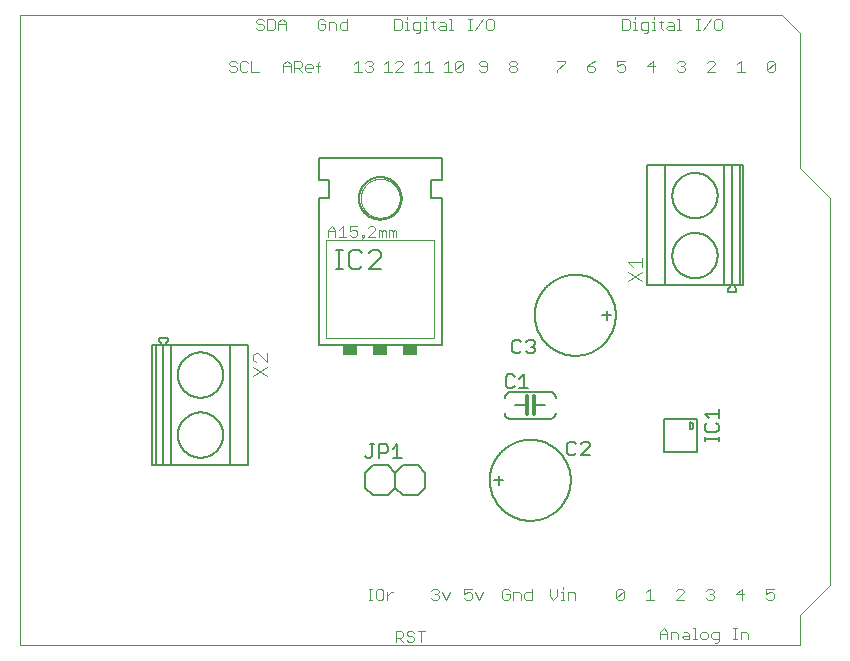
<source format=gto>
G75*
%MOIN*%
%OFA0B0*%
%FSLAX25Y25*%
%IPPOS*%
%LPD*%
%AMOC8*
5,1,8,0,0,1.08239X$1,22.5*
%
%ADD10C,0.00600*%
%ADD11C,0.01200*%
%ADD12C,0.00500*%
%ADD13C,0.00800*%
%ADD14C,0.00200*%
%ADD15C,0.00700*%
%ADD16C,0.00400*%
%ADD17R,0.05000X0.03500*%
%ADD18C,0.00000*%
%ADD19C,0.00300*%
D10*
X0120000Y0057500D02*
X0122500Y0055000D01*
X0127500Y0055000D01*
X0130000Y0057500D01*
X0132500Y0055000D01*
X0137500Y0055000D01*
X0140000Y0057500D01*
X0140000Y0062500D01*
X0137500Y0065000D01*
X0132500Y0065000D01*
X0130000Y0062500D01*
X0130000Y0057500D01*
X0130000Y0062500D02*
X0127500Y0065000D01*
X0122500Y0065000D01*
X0120000Y0062500D01*
X0120000Y0057500D01*
X0163000Y0060000D02*
X0166000Y0060000D01*
X0164500Y0058500D02*
X0164500Y0061500D01*
X0161500Y0060000D02*
X0161504Y0060331D01*
X0161516Y0060662D01*
X0161537Y0060993D01*
X0161565Y0061323D01*
X0161602Y0061653D01*
X0161646Y0061981D01*
X0161699Y0062308D01*
X0161759Y0062634D01*
X0161828Y0062958D01*
X0161905Y0063280D01*
X0161989Y0063601D01*
X0162081Y0063919D01*
X0162181Y0064235D01*
X0162289Y0064548D01*
X0162405Y0064859D01*
X0162528Y0065166D01*
X0162658Y0065471D01*
X0162796Y0065772D01*
X0162941Y0066070D01*
X0163094Y0066364D01*
X0163254Y0066654D01*
X0163421Y0066940D01*
X0163594Y0067222D01*
X0163775Y0067500D01*
X0163963Y0067773D01*
X0164157Y0068042D01*
X0164357Y0068306D01*
X0164564Y0068564D01*
X0164778Y0068818D01*
X0164997Y0069066D01*
X0165223Y0069309D01*
X0165454Y0069546D01*
X0165691Y0069777D01*
X0165934Y0070003D01*
X0166182Y0070222D01*
X0166436Y0070436D01*
X0166694Y0070643D01*
X0166958Y0070843D01*
X0167227Y0071037D01*
X0167500Y0071225D01*
X0167778Y0071406D01*
X0168060Y0071579D01*
X0168346Y0071746D01*
X0168636Y0071906D01*
X0168930Y0072059D01*
X0169228Y0072204D01*
X0169529Y0072342D01*
X0169834Y0072472D01*
X0170141Y0072595D01*
X0170452Y0072711D01*
X0170765Y0072819D01*
X0171081Y0072919D01*
X0171399Y0073011D01*
X0171720Y0073095D01*
X0172042Y0073172D01*
X0172366Y0073241D01*
X0172692Y0073301D01*
X0173019Y0073354D01*
X0173347Y0073398D01*
X0173677Y0073435D01*
X0174007Y0073463D01*
X0174338Y0073484D01*
X0174669Y0073496D01*
X0175000Y0073500D01*
X0175331Y0073496D01*
X0175662Y0073484D01*
X0175993Y0073463D01*
X0176323Y0073435D01*
X0176653Y0073398D01*
X0176981Y0073354D01*
X0177308Y0073301D01*
X0177634Y0073241D01*
X0177958Y0073172D01*
X0178280Y0073095D01*
X0178601Y0073011D01*
X0178919Y0072919D01*
X0179235Y0072819D01*
X0179548Y0072711D01*
X0179859Y0072595D01*
X0180166Y0072472D01*
X0180471Y0072342D01*
X0180772Y0072204D01*
X0181070Y0072059D01*
X0181364Y0071906D01*
X0181654Y0071746D01*
X0181940Y0071579D01*
X0182222Y0071406D01*
X0182500Y0071225D01*
X0182773Y0071037D01*
X0183042Y0070843D01*
X0183306Y0070643D01*
X0183564Y0070436D01*
X0183818Y0070222D01*
X0184066Y0070003D01*
X0184309Y0069777D01*
X0184546Y0069546D01*
X0184777Y0069309D01*
X0185003Y0069066D01*
X0185222Y0068818D01*
X0185436Y0068564D01*
X0185643Y0068306D01*
X0185843Y0068042D01*
X0186037Y0067773D01*
X0186225Y0067500D01*
X0186406Y0067222D01*
X0186579Y0066940D01*
X0186746Y0066654D01*
X0186906Y0066364D01*
X0187059Y0066070D01*
X0187204Y0065772D01*
X0187342Y0065471D01*
X0187472Y0065166D01*
X0187595Y0064859D01*
X0187711Y0064548D01*
X0187819Y0064235D01*
X0187919Y0063919D01*
X0188011Y0063601D01*
X0188095Y0063280D01*
X0188172Y0062958D01*
X0188241Y0062634D01*
X0188301Y0062308D01*
X0188354Y0061981D01*
X0188398Y0061653D01*
X0188435Y0061323D01*
X0188463Y0060993D01*
X0188484Y0060662D01*
X0188496Y0060331D01*
X0188500Y0060000D01*
X0188496Y0059669D01*
X0188484Y0059338D01*
X0188463Y0059007D01*
X0188435Y0058677D01*
X0188398Y0058347D01*
X0188354Y0058019D01*
X0188301Y0057692D01*
X0188241Y0057366D01*
X0188172Y0057042D01*
X0188095Y0056720D01*
X0188011Y0056399D01*
X0187919Y0056081D01*
X0187819Y0055765D01*
X0187711Y0055452D01*
X0187595Y0055141D01*
X0187472Y0054834D01*
X0187342Y0054529D01*
X0187204Y0054228D01*
X0187059Y0053930D01*
X0186906Y0053636D01*
X0186746Y0053346D01*
X0186579Y0053060D01*
X0186406Y0052778D01*
X0186225Y0052500D01*
X0186037Y0052227D01*
X0185843Y0051958D01*
X0185643Y0051694D01*
X0185436Y0051436D01*
X0185222Y0051182D01*
X0185003Y0050934D01*
X0184777Y0050691D01*
X0184546Y0050454D01*
X0184309Y0050223D01*
X0184066Y0049997D01*
X0183818Y0049778D01*
X0183564Y0049564D01*
X0183306Y0049357D01*
X0183042Y0049157D01*
X0182773Y0048963D01*
X0182500Y0048775D01*
X0182222Y0048594D01*
X0181940Y0048421D01*
X0181654Y0048254D01*
X0181364Y0048094D01*
X0181070Y0047941D01*
X0180772Y0047796D01*
X0180471Y0047658D01*
X0180166Y0047528D01*
X0179859Y0047405D01*
X0179548Y0047289D01*
X0179235Y0047181D01*
X0178919Y0047081D01*
X0178601Y0046989D01*
X0178280Y0046905D01*
X0177958Y0046828D01*
X0177634Y0046759D01*
X0177308Y0046699D01*
X0176981Y0046646D01*
X0176653Y0046602D01*
X0176323Y0046565D01*
X0175993Y0046537D01*
X0175662Y0046516D01*
X0175331Y0046504D01*
X0175000Y0046500D01*
X0174669Y0046504D01*
X0174338Y0046516D01*
X0174007Y0046537D01*
X0173677Y0046565D01*
X0173347Y0046602D01*
X0173019Y0046646D01*
X0172692Y0046699D01*
X0172366Y0046759D01*
X0172042Y0046828D01*
X0171720Y0046905D01*
X0171399Y0046989D01*
X0171081Y0047081D01*
X0170765Y0047181D01*
X0170452Y0047289D01*
X0170141Y0047405D01*
X0169834Y0047528D01*
X0169529Y0047658D01*
X0169228Y0047796D01*
X0168930Y0047941D01*
X0168636Y0048094D01*
X0168346Y0048254D01*
X0168060Y0048421D01*
X0167778Y0048594D01*
X0167500Y0048775D01*
X0167227Y0048963D01*
X0166958Y0049157D01*
X0166694Y0049357D01*
X0166436Y0049564D01*
X0166182Y0049778D01*
X0165934Y0049997D01*
X0165691Y0050223D01*
X0165454Y0050454D01*
X0165223Y0050691D01*
X0164997Y0050934D01*
X0164778Y0051182D01*
X0164564Y0051436D01*
X0164357Y0051694D01*
X0164157Y0051958D01*
X0163963Y0052227D01*
X0163775Y0052500D01*
X0163594Y0052778D01*
X0163421Y0053060D01*
X0163254Y0053346D01*
X0163094Y0053636D01*
X0162941Y0053930D01*
X0162796Y0054228D01*
X0162658Y0054529D01*
X0162528Y0054834D01*
X0162405Y0055141D01*
X0162289Y0055452D01*
X0162181Y0055765D01*
X0162081Y0056081D01*
X0161989Y0056399D01*
X0161905Y0056720D01*
X0161828Y0057042D01*
X0161759Y0057366D01*
X0161699Y0057692D01*
X0161646Y0058019D01*
X0161602Y0058347D01*
X0161565Y0058677D01*
X0161537Y0059007D01*
X0161516Y0059338D01*
X0161504Y0059669D01*
X0161500Y0060000D01*
X0168500Y0080500D02*
X0181500Y0080500D01*
X0181587Y0080502D01*
X0181674Y0080508D01*
X0181761Y0080517D01*
X0181847Y0080530D01*
X0181933Y0080547D01*
X0182018Y0080568D01*
X0182101Y0080593D01*
X0182184Y0080621D01*
X0182265Y0080652D01*
X0182345Y0080687D01*
X0182423Y0080726D01*
X0182500Y0080768D01*
X0182575Y0080813D01*
X0182647Y0080862D01*
X0182718Y0080913D01*
X0182786Y0080968D01*
X0182851Y0081025D01*
X0182914Y0081086D01*
X0182975Y0081149D01*
X0183032Y0081214D01*
X0183087Y0081282D01*
X0183138Y0081353D01*
X0183187Y0081425D01*
X0183232Y0081500D01*
X0183274Y0081577D01*
X0183313Y0081655D01*
X0183348Y0081735D01*
X0183379Y0081816D01*
X0183407Y0081899D01*
X0183432Y0081982D01*
X0183453Y0082067D01*
X0183470Y0082153D01*
X0183483Y0082239D01*
X0183492Y0082326D01*
X0183498Y0082413D01*
X0183500Y0082500D01*
X0180000Y0085000D02*
X0176300Y0085000D01*
X0173800Y0085000D02*
X0170000Y0085000D01*
X0166500Y0082500D02*
X0166502Y0082413D01*
X0166508Y0082326D01*
X0166517Y0082239D01*
X0166530Y0082153D01*
X0166547Y0082067D01*
X0166568Y0081982D01*
X0166593Y0081899D01*
X0166621Y0081816D01*
X0166652Y0081735D01*
X0166687Y0081655D01*
X0166726Y0081577D01*
X0166768Y0081500D01*
X0166813Y0081425D01*
X0166862Y0081353D01*
X0166913Y0081282D01*
X0166968Y0081214D01*
X0167025Y0081149D01*
X0167086Y0081086D01*
X0167149Y0081025D01*
X0167214Y0080968D01*
X0167282Y0080913D01*
X0167353Y0080862D01*
X0167425Y0080813D01*
X0167500Y0080768D01*
X0167577Y0080726D01*
X0167655Y0080687D01*
X0167735Y0080652D01*
X0167816Y0080621D01*
X0167899Y0080593D01*
X0167982Y0080568D01*
X0168067Y0080547D01*
X0168153Y0080530D01*
X0168239Y0080517D01*
X0168326Y0080508D01*
X0168413Y0080502D01*
X0168500Y0080500D01*
X0166500Y0087500D02*
X0166502Y0087587D01*
X0166508Y0087674D01*
X0166517Y0087761D01*
X0166530Y0087847D01*
X0166547Y0087933D01*
X0166568Y0088018D01*
X0166593Y0088101D01*
X0166621Y0088184D01*
X0166652Y0088265D01*
X0166687Y0088345D01*
X0166726Y0088423D01*
X0166768Y0088500D01*
X0166813Y0088575D01*
X0166862Y0088647D01*
X0166913Y0088718D01*
X0166968Y0088786D01*
X0167025Y0088851D01*
X0167086Y0088914D01*
X0167149Y0088975D01*
X0167214Y0089032D01*
X0167282Y0089087D01*
X0167353Y0089138D01*
X0167425Y0089187D01*
X0167500Y0089232D01*
X0167577Y0089274D01*
X0167655Y0089313D01*
X0167735Y0089348D01*
X0167816Y0089379D01*
X0167899Y0089407D01*
X0167982Y0089432D01*
X0168067Y0089453D01*
X0168153Y0089470D01*
X0168239Y0089483D01*
X0168326Y0089492D01*
X0168413Y0089498D01*
X0168500Y0089500D01*
X0181500Y0089500D01*
X0181587Y0089498D01*
X0181674Y0089492D01*
X0181761Y0089483D01*
X0181847Y0089470D01*
X0181933Y0089453D01*
X0182018Y0089432D01*
X0182101Y0089407D01*
X0182184Y0089379D01*
X0182265Y0089348D01*
X0182345Y0089313D01*
X0182423Y0089274D01*
X0182500Y0089232D01*
X0182575Y0089187D01*
X0182647Y0089138D01*
X0182718Y0089087D01*
X0182786Y0089032D01*
X0182851Y0088975D01*
X0182914Y0088914D01*
X0182975Y0088851D01*
X0183032Y0088786D01*
X0183087Y0088718D01*
X0183138Y0088647D01*
X0183187Y0088575D01*
X0183232Y0088500D01*
X0183274Y0088423D01*
X0183313Y0088345D01*
X0183348Y0088265D01*
X0183379Y0088184D01*
X0183407Y0088101D01*
X0183432Y0088018D01*
X0183453Y0087933D01*
X0183470Y0087847D01*
X0183483Y0087761D01*
X0183492Y0087674D01*
X0183498Y0087587D01*
X0183500Y0087500D01*
X0200500Y0113500D02*
X0200500Y0116500D01*
X0202000Y0115000D02*
X0199000Y0115000D01*
X0176500Y0115000D02*
X0176504Y0115331D01*
X0176516Y0115662D01*
X0176537Y0115993D01*
X0176565Y0116323D01*
X0176602Y0116653D01*
X0176646Y0116981D01*
X0176699Y0117308D01*
X0176759Y0117634D01*
X0176828Y0117958D01*
X0176905Y0118280D01*
X0176989Y0118601D01*
X0177081Y0118919D01*
X0177181Y0119235D01*
X0177289Y0119548D01*
X0177405Y0119859D01*
X0177528Y0120166D01*
X0177658Y0120471D01*
X0177796Y0120772D01*
X0177941Y0121070D01*
X0178094Y0121364D01*
X0178254Y0121654D01*
X0178421Y0121940D01*
X0178594Y0122222D01*
X0178775Y0122500D01*
X0178963Y0122773D01*
X0179157Y0123042D01*
X0179357Y0123306D01*
X0179564Y0123564D01*
X0179778Y0123818D01*
X0179997Y0124066D01*
X0180223Y0124309D01*
X0180454Y0124546D01*
X0180691Y0124777D01*
X0180934Y0125003D01*
X0181182Y0125222D01*
X0181436Y0125436D01*
X0181694Y0125643D01*
X0181958Y0125843D01*
X0182227Y0126037D01*
X0182500Y0126225D01*
X0182778Y0126406D01*
X0183060Y0126579D01*
X0183346Y0126746D01*
X0183636Y0126906D01*
X0183930Y0127059D01*
X0184228Y0127204D01*
X0184529Y0127342D01*
X0184834Y0127472D01*
X0185141Y0127595D01*
X0185452Y0127711D01*
X0185765Y0127819D01*
X0186081Y0127919D01*
X0186399Y0128011D01*
X0186720Y0128095D01*
X0187042Y0128172D01*
X0187366Y0128241D01*
X0187692Y0128301D01*
X0188019Y0128354D01*
X0188347Y0128398D01*
X0188677Y0128435D01*
X0189007Y0128463D01*
X0189338Y0128484D01*
X0189669Y0128496D01*
X0190000Y0128500D01*
X0190331Y0128496D01*
X0190662Y0128484D01*
X0190993Y0128463D01*
X0191323Y0128435D01*
X0191653Y0128398D01*
X0191981Y0128354D01*
X0192308Y0128301D01*
X0192634Y0128241D01*
X0192958Y0128172D01*
X0193280Y0128095D01*
X0193601Y0128011D01*
X0193919Y0127919D01*
X0194235Y0127819D01*
X0194548Y0127711D01*
X0194859Y0127595D01*
X0195166Y0127472D01*
X0195471Y0127342D01*
X0195772Y0127204D01*
X0196070Y0127059D01*
X0196364Y0126906D01*
X0196654Y0126746D01*
X0196940Y0126579D01*
X0197222Y0126406D01*
X0197500Y0126225D01*
X0197773Y0126037D01*
X0198042Y0125843D01*
X0198306Y0125643D01*
X0198564Y0125436D01*
X0198818Y0125222D01*
X0199066Y0125003D01*
X0199309Y0124777D01*
X0199546Y0124546D01*
X0199777Y0124309D01*
X0200003Y0124066D01*
X0200222Y0123818D01*
X0200436Y0123564D01*
X0200643Y0123306D01*
X0200843Y0123042D01*
X0201037Y0122773D01*
X0201225Y0122500D01*
X0201406Y0122222D01*
X0201579Y0121940D01*
X0201746Y0121654D01*
X0201906Y0121364D01*
X0202059Y0121070D01*
X0202204Y0120772D01*
X0202342Y0120471D01*
X0202472Y0120166D01*
X0202595Y0119859D01*
X0202711Y0119548D01*
X0202819Y0119235D01*
X0202919Y0118919D01*
X0203011Y0118601D01*
X0203095Y0118280D01*
X0203172Y0117958D01*
X0203241Y0117634D01*
X0203301Y0117308D01*
X0203354Y0116981D01*
X0203398Y0116653D01*
X0203435Y0116323D01*
X0203463Y0115993D01*
X0203484Y0115662D01*
X0203496Y0115331D01*
X0203500Y0115000D01*
X0203496Y0114669D01*
X0203484Y0114338D01*
X0203463Y0114007D01*
X0203435Y0113677D01*
X0203398Y0113347D01*
X0203354Y0113019D01*
X0203301Y0112692D01*
X0203241Y0112366D01*
X0203172Y0112042D01*
X0203095Y0111720D01*
X0203011Y0111399D01*
X0202919Y0111081D01*
X0202819Y0110765D01*
X0202711Y0110452D01*
X0202595Y0110141D01*
X0202472Y0109834D01*
X0202342Y0109529D01*
X0202204Y0109228D01*
X0202059Y0108930D01*
X0201906Y0108636D01*
X0201746Y0108346D01*
X0201579Y0108060D01*
X0201406Y0107778D01*
X0201225Y0107500D01*
X0201037Y0107227D01*
X0200843Y0106958D01*
X0200643Y0106694D01*
X0200436Y0106436D01*
X0200222Y0106182D01*
X0200003Y0105934D01*
X0199777Y0105691D01*
X0199546Y0105454D01*
X0199309Y0105223D01*
X0199066Y0104997D01*
X0198818Y0104778D01*
X0198564Y0104564D01*
X0198306Y0104357D01*
X0198042Y0104157D01*
X0197773Y0103963D01*
X0197500Y0103775D01*
X0197222Y0103594D01*
X0196940Y0103421D01*
X0196654Y0103254D01*
X0196364Y0103094D01*
X0196070Y0102941D01*
X0195772Y0102796D01*
X0195471Y0102658D01*
X0195166Y0102528D01*
X0194859Y0102405D01*
X0194548Y0102289D01*
X0194235Y0102181D01*
X0193919Y0102081D01*
X0193601Y0101989D01*
X0193280Y0101905D01*
X0192958Y0101828D01*
X0192634Y0101759D01*
X0192308Y0101699D01*
X0191981Y0101646D01*
X0191653Y0101602D01*
X0191323Y0101565D01*
X0190993Y0101537D01*
X0190662Y0101516D01*
X0190331Y0101504D01*
X0190000Y0101500D01*
X0189669Y0101504D01*
X0189338Y0101516D01*
X0189007Y0101537D01*
X0188677Y0101565D01*
X0188347Y0101602D01*
X0188019Y0101646D01*
X0187692Y0101699D01*
X0187366Y0101759D01*
X0187042Y0101828D01*
X0186720Y0101905D01*
X0186399Y0101989D01*
X0186081Y0102081D01*
X0185765Y0102181D01*
X0185452Y0102289D01*
X0185141Y0102405D01*
X0184834Y0102528D01*
X0184529Y0102658D01*
X0184228Y0102796D01*
X0183930Y0102941D01*
X0183636Y0103094D01*
X0183346Y0103254D01*
X0183060Y0103421D01*
X0182778Y0103594D01*
X0182500Y0103775D01*
X0182227Y0103963D01*
X0181958Y0104157D01*
X0181694Y0104357D01*
X0181436Y0104564D01*
X0181182Y0104778D01*
X0180934Y0104997D01*
X0180691Y0105223D01*
X0180454Y0105454D01*
X0180223Y0105691D01*
X0179997Y0105934D01*
X0179778Y0106182D01*
X0179564Y0106436D01*
X0179357Y0106694D01*
X0179157Y0106958D01*
X0178963Y0107227D01*
X0178775Y0107500D01*
X0178594Y0107778D01*
X0178421Y0108060D01*
X0178254Y0108346D01*
X0178094Y0108636D01*
X0177941Y0108930D01*
X0177796Y0109228D01*
X0177658Y0109529D01*
X0177528Y0109834D01*
X0177405Y0110141D01*
X0177289Y0110452D01*
X0177181Y0110765D01*
X0177081Y0111081D01*
X0176989Y0111399D01*
X0176905Y0111720D01*
X0176828Y0112042D01*
X0176759Y0112366D01*
X0176699Y0112692D01*
X0176646Y0113019D01*
X0176602Y0113347D01*
X0176565Y0113677D01*
X0176537Y0114007D01*
X0176516Y0114338D01*
X0176504Y0114669D01*
X0176500Y0115000D01*
X0145500Y0105000D02*
X0145500Y0154000D01*
X0142000Y0154000D01*
X0142000Y0160000D01*
X0145500Y0160000D01*
X0145500Y0167500D01*
X0104500Y0167500D01*
X0104500Y0160000D01*
X0108000Y0160000D01*
X0108000Y0154000D01*
X0104500Y0154000D01*
X0104500Y0105000D01*
X0145500Y0105000D01*
X0117900Y0154000D02*
X0117902Y0154174D01*
X0117909Y0154348D01*
X0117919Y0154522D01*
X0117934Y0154696D01*
X0117953Y0154869D01*
X0117977Y0155042D01*
X0118005Y0155214D01*
X0118036Y0155385D01*
X0118073Y0155556D01*
X0118113Y0155725D01*
X0118157Y0155894D01*
X0118206Y0156061D01*
X0118258Y0156227D01*
X0118315Y0156392D01*
X0118376Y0156555D01*
X0118440Y0156717D01*
X0118509Y0156877D01*
X0118582Y0157036D01*
X0118658Y0157192D01*
X0118738Y0157347D01*
X0118822Y0157500D01*
X0118910Y0157650D01*
X0119002Y0157798D01*
X0119097Y0157945D01*
X0119195Y0158088D01*
X0119297Y0158229D01*
X0119403Y0158368D01*
X0119512Y0158504D01*
X0119624Y0158638D01*
X0119739Y0158768D01*
X0119858Y0158896D01*
X0119980Y0159020D01*
X0120104Y0159142D01*
X0120232Y0159261D01*
X0120362Y0159376D01*
X0120496Y0159488D01*
X0120632Y0159597D01*
X0120771Y0159703D01*
X0120912Y0159805D01*
X0121055Y0159903D01*
X0121202Y0159998D01*
X0121350Y0160090D01*
X0121500Y0160178D01*
X0121653Y0160262D01*
X0121808Y0160342D01*
X0121964Y0160418D01*
X0122123Y0160491D01*
X0122283Y0160560D01*
X0122445Y0160624D01*
X0122608Y0160685D01*
X0122773Y0160742D01*
X0122939Y0160794D01*
X0123106Y0160843D01*
X0123275Y0160887D01*
X0123444Y0160927D01*
X0123615Y0160964D01*
X0123786Y0160995D01*
X0123958Y0161023D01*
X0124131Y0161047D01*
X0124304Y0161066D01*
X0124478Y0161081D01*
X0124652Y0161091D01*
X0124826Y0161098D01*
X0125000Y0161100D01*
X0125174Y0161098D01*
X0125348Y0161091D01*
X0125522Y0161081D01*
X0125696Y0161066D01*
X0125869Y0161047D01*
X0126042Y0161023D01*
X0126214Y0160995D01*
X0126385Y0160964D01*
X0126556Y0160927D01*
X0126725Y0160887D01*
X0126894Y0160843D01*
X0127061Y0160794D01*
X0127227Y0160742D01*
X0127392Y0160685D01*
X0127555Y0160624D01*
X0127717Y0160560D01*
X0127877Y0160491D01*
X0128036Y0160418D01*
X0128192Y0160342D01*
X0128347Y0160262D01*
X0128500Y0160178D01*
X0128650Y0160090D01*
X0128798Y0159998D01*
X0128945Y0159903D01*
X0129088Y0159805D01*
X0129229Y0159703D01*
X0129368Y0159597D01*
X0129504Y0159488D01*
X0129638Y0159376D01*
X0129768Y0159261D01*
X0129896Y0159142D01*
X0130020Y0159020D01*
X0130142Y0158896D01*
X0130261Y0158768D01*
X0130376Y0158638D01*
X0130488Y0158504D01*
X0130597Y0158368D01*
X0130703Y0158229D01*
X0130805Y0158088D01*
X0130903Y0157945D01*
X0130998Y0157798D01*
X0131090Y0157650D01*
X0131178Y0157500D01*
X0131262Y0157347D01*
X0131342Y0157192D01*
X0131418Y0157036D01*
X0131491Y0156877D01*
X0131560Y0156717D01*
X0131624Y0156555D01*
X0131685Y0156392D01*
X0131742Y0156227D01*
X0131794Y0156061D01*
X0131843Y0155894D01*
X0131887Y0155725D01*
X0131927Y0155556D01*
X0131964Y0155385D01*
X0131995Y0155214D01*
X0132023Y0155042D01*
X0132047Y0154869D01*
X0132066Y0154696D01*
X0132081Y0154522D01*
X0132091Y0154348D01*
X0132098Y0154174D01*
X0132100Y0154000D01*
X0132098Y0153826D01*
X0132091Y0153652D01*
X0132081Y0153478D01*
X0132066Y0153304D01*
X0132047Y0153131D01*
X0132023Y0152958D01*
X0131995Y0152786D01*
X0131964Y0152615D01*
X0131927Y0152444D01*
X0131887Y0152275D01*
X0131843Y0152106D01*
X0131794Y0151939D01*
X0131742Y0151773D01*
X0131685Y0151608D01*
X0131624Y0151445D01*
X0131560Y0151283D01*
X0131491Y0151123D01*
X0131418Y0150964D01*
X0131342Y0150808D01*
X0131262Y0150653D01*
X0131178Y0150500D01*
X0131090Y0150350D01*
X0130998Y0150202D01*
X0130903Y0150055D01*
X0130805Y0149912D01*
X0130703Y0149771D01*
X0130597Y0149632D01*
X0130488Y0149496D01*
X0130376Y0149362D01*
X0130261Y0149232D01*
X0130142Y0149104D01*
X0130020Y0148980D01*
X0129896Y0148858D01*
X0129768Y0148739D01*
X0129638Y0148624D01*
X0129504Y0148512D01*
X0129368Y0148403D01*
X0129229Y0148297D01*
X0129088Y0148195D01*
X0128945Y0148097D01*
X0128798Y0148002D01*
X0128650Y0147910D01*
X0128500Y0147822D01*
X0128347Y0147738D01*
X0128192Y0147658D01*
X0128036Y0147582D01*
X0127877Y0147509D01*
X0127717Y0147440D01*
X0127555Y0147376D01*
X0127392Y0147315D01*
X0127227Y0147258D01*
X0127061Y0147206D01*
X0126894Y0147157D01*
X0126725Y0147113D01*
X0126556Y0147073D01*
X0126385Y0147036D01*
X0126214Y0147005D01*
X0126042Y0146977D01*
X0125869Y0146953D01*
X0125696Y0146934D01*
X0125522Y0146919D01*
X0125348Y0146909D01*
X0125174Y0146902D01*
X0125000Y0146900D01*
X0124826Y0146902D01*
X0124652Y0146909D01*
X0124478Y0146919D01*
X0124304Y0146934D01*
X0124131Y0146953D01*
X0123958Y0146977D01*
X0123786Y0147005D01*
X0123615Y0147036D01*
X0123444Y0147073D01*
X0123275Y0147113D01*
X0123106Y0147157D01*
X0122939Y0147206D01*
X0122773Y0147258D01*
X0122608Y0147315D01*
X0122445Y0147376D01*
X0122283Y0147440D01*
X0122123Y0147509D01*
X0121964Y0147582D01*
X0121808Y0147658D01*
X0121653Y0147738D01*
X0121500Y0147822D01*
X0121350Y0147910D01*
X0121202Y0148002D01*
X0121055Y0148097D01*
X0120912Y0148195D01*
X0120771Y0148297D01*
X0120632Y0148403D01*
X0120496Y0148512D01*
X0120362Y0148624D01*
X0120232Y0148739D01*
X0120104Y0148858D01*
X0119980Y0148980D01*
X0119858Y0149104D01*
X0119739Y0149232D01*
X0119624Y0149362D01*
X0119512Y0149496D01*
X0119403Y0149632D01*
X0119297Y0149771D01*
X0119195Y0149912D01*
X0119097Y0150055D01*
X0119002Y0150202D01*
X0118910Y0150350D01*
X0118822Y0150500D01*
X0118738Y0150653D01*
X0118658Y0150808D01*
X0118582Y0150964D01*
X0118509Y0151123D01*
X0118440Y0151283D01*
X0118376Y0151445D01*
X0118315Y0151608D01*
X0118258Y0151773D01*
X0118206Y0151939D01*
X0118157Y0152106D01*
X0118113Y0152275D01*
X0118073Y0152444D01*
X0118036Y0152615D01*
X0118005Y0152786D01*
X0117977Y0152958D01*
X0117953Y0153131D01*
X0117934Y0153304D01*
X0117919Y0153478D01*
X0117909Y0153652D01*
X0117902Y0153826D01*
X0117900Y0154000D01*
D11*
X0173800Y0088000D02*
X0173800Y0085000D01*
X0173800Y0082000D01*
X0176300Y0082000D02*
X0176300Y0085000D01*
X0176300Y0088000D01*
D12*
X0174356Y0090750D02*
X0171354Y0090750D01*
X0172855Y0090750D02*
X0172855Y0095254D01*
X0171354Y0093753D01*
X0169753Y0094503D02*
X0169002Y0095254D01*
X0167501Y0095254D01*
X0166750Y0094503D01*
X0166750Y0091501D01*
X0167501Y0090750D01*
X0169002Y0090750D01*
X0169753Y0091501D01*
X0169793Y0102250D02*
X0171294Y0102250D01*
X0172045Y0103001D01*
X0173646Y0103001D02*
X0174397Y0102250D01*
X0175898Y0102250D01*
X0176649Y0103001D01*
X0176649Y0103751D01*
X0175898Y0104502D01*
X0175147Y0104502D01*
X0175898Y0104502D02*
X0176649Y0105253D01*
X0176649Y0106003D01*
X0175898Y0106754D01*
X0174397Y0106754D01*
X0173646Y0106003D01*
X0172045Y0106003D02*
X0171294Y0106754D01*
X0169793Y0106754D01*
X0169042Y0106003D01*
X0169042Y0103001D01*
X0169793Y0102250D01*
X0188001Y0072754D02*
X0187250Y0072003D01*
X0187250Y0069001D01*
X0188001Y0068250D01*
X0189502Y0068250D01*
X0190253Y0069001D01*
X0191854Y0068250D02*
X0194856Y0071253D01*
X0194856Y0072003D01*
X0194106Y0072754D01*
X0192605Y0072754D01*
X0191854Y0072003D01*
X0190253Y0072003D02*
X0189502Y0072754D01*
X0188001Y0072754D01*
X0191854Y0068250D02*
X0194856Y0068250D01*
X0233246Y0072973D02*
X0233246Y0074474D01*
X0233246Y0073723D02*
X0237750Y0073723D01*
X0237750Y0072973D02*
X0237750Y0074474D01*
X0236999Y0076042D02*
X0233997Y0076042D01*
X0233246Y0076793D01*
X0233246Y0078294D01*
X0233997Y0079045D01*
X0234747Y0080646D02*
X0233246Y0082147D01*
X0237750Y0082147D01*
X0237750Y0080646D02*
X0237750Y0083649D01*
X0236999Y0079045D02*
X0237750Y0078294D01*
X0237750Y0076793D01*
X0236999Y0076042D01*
X0132160Y0067450D02*
X0129158Y0067450D01*
X0130659Y0067450D02*
X0130659Y0071954D01*
X0129158Y0070453D01*
X0127556Y0071203D02*
X0127556Y0069702D01*
X0126806Y0068951D01*
X0124554Y0068951D01*
X0124554Y0067450D02*
X0124554Y0071954D01*
X0126806Y0071954D01*
X0127556Y0071203D01*
X0122953Y0071954D02*
X0121451Y0071954D01*
X0122202Y0071954D02*
X0122202Y0068201D01*
X0121451Y0067450D01*
X0120701Y0067450D01*
X0119950Y0068201D01*
D13*
X0080945Y0065083D02*
X0080945Y0105083D01*
X0074938Y0105083D01*
X0073037Y0105083D01*
X0057301Y0105083D01*
X0055363Y0105083D01*
X0055363Y0065083D01*
X0052685Y0065083D01*
X0050236Y0065083D01*
X0049055Y0065083D01*
X0049055Y0105083D01*
X0050236Y0105083D01*
X0050236Y0065083D01*
X0052685Y0065083D02*
X0052685Y0105083D01*
X0051902Y0105083D01*
X0050236Y0105083D01*
X0051311Y0106292D02*
X0051902Y0105590D01*
X0051902Y0105083D01*
X0052685Y0105083D02*
X0053531Y0105083D01*
X0055363Y0105083D01*
X0054122Y0106292D02*
X0053531Y0105590D01*
X0053531Y0105083D01*
X0054122Y0106292D02*
X0054122Y0107327D01*
X0051311Y0107327D01*
X0051311Y0106292D01*
X0057559Y0095083D02*
X0057561Y0095268D01*
X0057568Y0095453D01*
X0057579Y0095638D01*
X0057595Y0095822D01*
X0057616Y0096006D01*
X0057641Y0096189D01*
X0057670Y0096372D01*
X0057704Y0096554D01*
X0057742Y0096735D01*
X0057785Y0096915D01*
X0057832Y0097094D01*
X0057884Y0097271D01*
X0057940Y0097448D01*
X0058000Y0097623D01*
X0058064Y0097796D01*
X0058133Y0097968D01*
X0058206Y0098138D01*
X0058283Y0098306D01*
X0058364Y0098473D01*
X0058449Y0098637D01*
X0058538Y0098799D01*
X0058632Y0098959D01*
X0058729Y0099116D01*
X0058830Y0099271D01*
X0058934Y0099424D01*
X0059043Y0099574D01*
X0059155Y0099721D01*
X0059270Y0099866D01*
X0059389Y0100007D01*
X0059512Y0100146D01*
X0059638Y0100281D01*
X0059767Y0100414D01*
X0059900Y0100543D01*
X0060035Y0100669D01*
X0060174Y0100792D01*
X0060315Y0100911D01*
X0060460Y0101026D01*
X0060607Y0101138D01*
X0060757Y0101247D01*
X0060910Y0101351D01*
X0061065Y0101452D01*
X0061222Y0101549D01*
X0061382Y0101643D01*
X0061544Y0101732D01*
X0061708Y0101817D01*
X0061875Y0101898D01*
X0062043Y0101975D01*
X0062213Y0102048D01*
X0062385Y0102117D01*
X0062558Y0102181D01*
X0062733Y0102241D01*
X0062910Y0102297D01*
X0063087Y0102349D01*
X0063266Y0102396D01*
X0063446Y0102439D01*
X0063627Y0102477D01*
X0063809Y0102511D01*
X0063992Y0102540D01*
X0064175Y0102565D01*
X0064359Y0102586D01*
X0064543Y0102602D01*
X0064728Y0102613D01*
X0064913Y0102620D01*
X0065098Y0102622D01*
X0065283Y0102620D01*
X0065468Y0102613D01*
X0065653Y0102602D01*
X0065837Y0102586D01*
X0066021Y0102565D01*
X0066204Y0102540D01*
X0066387Y0102511D01*
X0066569Y0102477D01*
X0066750Y0102439D01*
X0066930Y0102396D01*
X0067109Y0102349D01*
X0067286Y0102297D01*
X0067463Y0102241D01*
X0067638Y0102181D01*
X0067811Y0102117D01*
X0067983Y0102048D01*
X0068153Y0101975D01*
X0068321Y0101898D01*
X0068488Y0101817D01*
X0068652Y0101732D01*
X0068814Y0101643D01*
X0068974Y0101549D01*
X0069131Y0101452D01*
X0069286Y0101351D01*
X0069439Y0101247D01*
X0069589Y0101138D01*
X0069736Y0101026D01*
X0069881Y0100911D01*
X0070022Y0100792D01*
X0070161Y0100669D01*
X0070296Y0100543D01*
X0070429Y0100414D01*
X0070558Y0100281D01*
X0070684Y0100146D01*
X0070807Y0100007D01*
X0070926Y0099866D01*
X0071041Y0099721D01*
X0071153Y0099574D01*
X0071262Y0099424D01*
X0071366Y0099271D01*
X0071467Y0099116D01*
X0071564Y0098959D01*
X0071658Y0098799D01*
X0071747Y0098637D01*
X0071832Y0098473D01*
X0071913Y0098306D01*
X0071990Y0098138D01*
X0072063Y0097968D01*
X0072132Y0097796D01*
X0072196Y0097623D01*
X0072256Y0097448D01*
X0072312Y0097271D01*
X0072364Y0097094D01*
X0072411Y0096915D01*
X0072454Y0096735D01*
X0072492Y0096554D01*
X0072526Y0096372D01*
X0072555Y0096189D01*
X0072580Y0096006D01*
X0072601Y0095822D01*
X0072617Y0095638D01*
X0072628Y0095453D01*
X0072635Y0095268D01*
X0072637Y0095083D01*
X0072635Y0094898D01*
X0072628Y0094713D01*
X0072617Y0094528D01*
X0072601Y0094344D01*
X0072580Y0094160D01*
X0072555Y0093977D01*
X0072526Y0093794D01*
X0072492Y0093612D01*
X0072454Y0093431D01*
X0072411Y0093251D01*
X0072364Y0093072D01*
X0072312Y0092895D01*
X0072256Y0092718D01*
X0072196Y0092543D01*
X0072132Y0092370D01*
X0072063Y0092198D01*
X0071990Y0092028D01*
X0071913Y0091860D01*
X0071832Y0091693D01*
X0071747Y0091529D01*
X0071658Y0091367D01*
X0071564Y0091207D01*
X0071467Y0091050D01*
X0071366Y0090895D01*
X0071262Y0090742D01*
X0071153Y0090592D01*
X0071041Y0090445D01*
X0070926Y0090300D01*
X0070807Y0090159D01*
X0070684Y0090020D01*
X0070558Y0089885D01*
X0070429Y0089752D01*
X0070296Y0089623D01*
X0070161Y0089497D01*
X0070022Y0089374D01*
X0069881Y0089255D01*
X0069736Y0089140D01*
X0069589Y0089028D01*
X0069439Y0088919D01*
X0069286Y0088815D01*
X0069131Y0088714D01*
X0068974Y0088617D01*
X0068814Y0088523D01*
X0068652Y0088434D01*
X0068488Y0088349D01*
X0068321Y0088268D01*
X0068153Y0088191D01*
X0067983Y0088118D01*
X0067811Y0088049D01*
X0067638Y0087985D01*
X0067463Y0087925D01*
X0067286Y0087869D01*
X0067109Y0087817D01*
X0066930Y0087770D01*
X0066750Y0087727D01*
X0066569Y0087689D01*
X0066387Y0087655D01*
X0066204Y0087626D01*
X0066021Y0087601D01*
X0065837Y0087580D01*
X0065653Y0087564D01*
X0065468Y0087553D01*
X0065283Y0087546D01*
X0065098Y0087544D01*
X0064913Y0087546D01*
X0064728Y0087553D01*
X0064543Y0087564D01*
X0064359Y0087580D01*
X0064175Y0087601D01*
X0063992Y0087626D01*
X0063809Y0087655D01*
X0063627Y0087689D01*
X0063446Y0087727D01*
X0063266Y0087770D01*
X0063087Y0087817D01*
X0062910Y0087869D01*
X0062733Y0087925D01*
X0062558Y0087985D01*
X0062385Y0088049D01*
X0062213Y0088118D01*
X0062043Y0088191D01*
X0061875Y0088268D01*
X0061708Y0088349D01*
X0061544Y0088434D01*
X0061382Y0088523D01*
X0061222Y0088617D01*
X0061065Y0088714D01*
X0060910Y0088815D01*
X0060757Y0088919D01*
X0060607Y0089028D01*
X0060460Y0089140D01*
X0060315Y0089255D01*
X0060174Y0089374D01*
X0060035Y0089497D01*
X0059900Y0089623D01*
X0059767Y0089752D01*
X0059638Y0089885D01*
X0059512Y0090020D01*
X0059389Y0090159D01*
X0059270Y0090300D01*
X0059155Y0090445D01*
X0059043Y0090592D01*
X0058934Y0090742D01*
X0058830Y0090895D01*
X0058729Y0091050D01*
X0058632Y0091207D01*
X0058538Y0091367D01*
X0058449Y0091529D01*
X0058364Y0091693D01*
X0058283Y0091860D01*
X0058206Y0092028D01*
X0058133Y0092198D01*
X0058064Y0092370D01*
X0058000Y0092543D01*
X0057940Y0092718D01*
X0057884Y0092895D01*
X0057832Y0093072D01*
X0057785Y0093251D01*
X0057742Y0093431D01*
X0057704Y0093612D01*
X0057670Y0093794D01*
X0057641Y0093977D01*
X0057616Y0094160D01*
X0057595Y0094344D01*
X0057579Y0094528D01*
X0057568Y0094713D01*
X0057561Y0094898D01*
X0057559Y0095083D01*
X0074938Y0105083D02*
X0074938Y0065083D01*
X0080945Y0065083D01*
X0074938Y0065083D02*
X0073037Y0065083D01*
X0057301Y0065083D01*
X0055363Y0065083D01*
X0057559Y0075083D02*
X0057561Y0075268D01*
X0057568Y0075453D01*
X0057579Y0075638D01*
X0057595Y0075822D01*
X0057616Y0076006D01*
X0057641Y0076189D01*
X0057670Y0076372D01*
X0057704Y0076554D01*
X0057742Y0076735D01*
X0057785Y0076915D01*
X0057832Y0077094D01*
X0057884Y0077271D01*
X0057940Y0077448D01*
X0058000Y0077623D01*
X0058064Y0077796D01*
X0058133Y0077968D01*
X0058206Y0078138D01*
X0058283Y0078306D01*
X0058364Y0078473D01*
X0058449Y0078637D01*
X0058538Y0078799D01*
X0058632Y0078959D01*
X0058729Y0079116D01*
X0058830Y0079271D01*
X0058934Y0079424D01*
X0059043Y0079574D01*
X0059155Y0079721D01*
X0059270Y0079866D01*
X0059389Y0080007D01*
X0059512Y0080146D01*
X0059638Y0080281D01*
X0059767Y0080414D01*
X0059900Y0080543D01*
X0060035Y0080669D01*
X0060174Y0080792D01*
X0060315Y0080911D01*
X0060460Y0081026D01*
X0060607Y0081138D01*
X0060757Y0081247D01*
X0060910Y0081351D01*
X0061065Y0081452D01*
X0061222Y0081549D01*
X0061382Y0081643D01*
X0061544Y0081732D01*
X0061708Y0081817D01*
X0061875Y0081898D01*
X0062043Y0081975D01*
X0062213Y0082048D01*
X0062385Y0082117D01*
X0062558Y0082181D01*
X0062733Y0082241D01*
X0062910Y0082297D01*
X0063087Y0082349D01*
X0063266Y0082396D01*
X0063446Y0082439D01*
X0063627Y0082477D01*
X0063809Y0082511D01*
X0063992Y0082540D01*
X0064175Y0082565D01*
X0064359Y0082586D01*
X0064543Y0082602D01*
X0064728Y0082613D01*
X0064913Y0082620D01*
X0065098Y0082622D01*
X0065283Y0082620D01*
X0065468Y0082613D01*
X0065653Y0082602D01*
X0065837Y0082586D01*
X0066021Y0082565D01*
X0066204Y0082540D01*
X0066387Y0082511D01*
X0066569Y0082477D01*
X0066750Y0082439D01*
X0066930Y0082396D01*
X0067109Y0082349D01*
X0067286Y0082297D01*
X0067463Y0082241D01*
X0067638Y0082181D01*
X0067811Y0082117D01*
X0067983Y0082048D01*
X0068153Y0081975D01*
X0068321Y0081898D01*
X0068488Y0081817D01*
X0068652Y0081732D01*
X0068814Y0081643D01*
X0068974Y0081549D01*
X0069131Y0081452D01*
X0069286Y0081351D01*
X0069439Y0081247D01*
X0069589Y0081138D01*
X0069736Y0081026D01*
X0069881Y0080911D01*
X0070022Y0080792D01*
X0070161Y0080669D01*
X0070296Y0080543D01*
X0070429Y0080414D01*
X0070558Y0080281D01*
X0070684Y0080146D01*
X0070807Y0080007D01*
X0070926Y0079866D01*
X0071041Y0079721D01*
X0071153Y0079574D01*
X0071262Y0079424D01*
X0071366Y0079271D01*
X0071467Y0079116D01*
X0071564Y0078959D01*
X0071658Y0078799D01*
X0071747Y0078637D01*
X0071832Y0078473D01*
X0071913Y0078306D01*
X0071990Y0078138D01*
X0072063Y0077968D01*
X0072132Y0077796D01*
X0072196Y0077623D01*
X0072256Y0077448D01*
X0072312Y0077271D01*
X0072364Y0077094D01*
X0072411Y0076915D01*
X0072454Y0076735D01*
X0072492Y0076554D01*
X0072526Y0076372D01*
X0072555Y0076189D01*
X0072580Y0076006D01*
X0072601Y0075822D01*
X0072617Y0075638D01*
X0072628Y0075453D01*
X0072635Y0075268D01*
X0072637Y0075083D01*
X0072635Y0074898D01*
X0072628Y0074713D01*
X0072617Y0074528D01*
X0072601Y0074344D01*
X0072580Y0074160D01*
X0072555Y0073977D01*
X0072526Y0073794D01*
X0072492Y0073612D01*
X0072454Y0073431D01*
X0072411Y0073251D01*
X0072364Y0073072D01*
X0072312Y0072895D01*
X0072256Y0072718D01*
X0072196Y0072543D01*
X0072132Y0072370D01*
X0072063Y0072198D01*
X0071990Y0072028D01*
X0071913Y0071860D01*
X0071832Y0071693D01*
X0071747Y0071529D01*
X0071658Y0071367D01*
X0071564Y0071207D01*
X0071467Y0071050D01*
X0071366Y0070895D01*
X0071262Y0070742D01*
X0071153Y0070592D01*
X0071041Y0070445D01*
X0070926Y0070300D01*
X0070807Y0070159D01*
X0070684Y0070020D01*
X0070558Y0069885D01*
X0070429Y0069752D01*
X0070296Y0069623D01*
X0070161Y0069497D01*
X0070022Y0069374D01*
X0069881Y0069255D01*
X0069736Y0069140D01*
X0069589Y0069028D01*
X0069439Y0068919D01*
X0069286Y0068815D01*
X0069131Y0068714D01*
X0068974Y0068617D01*
X0068814Y0068523D01*
X0068652Y0068434D01*
X0068488Y0068349D01*
X0068321Y0068268D01*
X0068153Y0068191D01*
X0067983Y0068118D01*
X0067811Y0068049D01*
X0067638Y0067985D01*
X0067463Y0067925D01*
X0067286Y0067869D01*
X0067109Y0067817D01*
X0066930Y0067770D01*
X0066750Y0067727D01*
X0066569Y0067689D01*
X0066387Y0067655D01*
X0066204Y0067626D01*
X0066021Y0067601D01*
X0065837Y0067580D01*
X0065653Y0067564D01*
X0065468Y0067553D01*
X0065283Y0067546D01*
X0065098Y0067544D01*
X0064913Y0067546D01*
X0064728Y0067553D01*
X0064543Y0067564D01*
X0064359Y0067580D01*
X0064175Y0067601D01*
X0063992Y0067626D01*
X0063809Y0067655D01*
X0063627Y0067689D01*
X0063446Y0067727D01*
X0063266Y0067770D01*
X0063087Y0067817D01*
X0062910Y0067869D01*
X0062733Y0067925D01*
X0062558Y0067985D01*
X0062385Y0068049D01*
X0062213Y0068118D01*
X0062043Y0068191D01*
X0061875Y0068268D01*
X0061708Y0068349D01*
X0061544Y0068434D01*
X0061382Y0068523D01*
X0061222Y0068617D01*
X0061065Y0068714D01*
X0060910Y0068815D01*
X0060757Y0068919D01*
X0060607Y0069028D01*
X0060460Y0069140D01*
X0060315Y0069255D01*
X0060174Y0069374D01*
X0060035Y0069497D01*
X0059900Y0069623D01*
X0059767Y0069752D01*
X0059638Y0069885D01*
X0059512Y0070020D01*
X0059389Y0070159D01*
X0059270Y0070300D01*
X0059155Y0070445D01*
X0059043Y0070592D01*
X0058934Y0070742D01*
X0058830Y0070895D01*
X0058729Y0071050D01*
X0058632Y0071207D01*
X0058538Y0071367D01*
X0058449Y0071529D01*
X0058364Y0071693D01*
X0058283Y0071860D01*
X0058206Y0072028D01*
X0058133Y0072198D01*
X0058064Y0072370D01*
X0058000Y0072543D01*
X0057940Y0072718D01*
X0057884Y0072895D01*
X0057832Y0073072D01*
X0057785Y0073251D01*
X0057742Y0073431D01*
X0057704Y0073612D01*
X0057670Y0073794D01*
X0057641Y0073977D01*
X0057616Y0074160D01*
X0057595Y0074344D01*
X0057579Y0074528D01*
X0057568Y0074713D01*
X0057561Y0074898D01*
X0057559Y0075083D01*
X0214055Y0124917D02*
X0220062Y0124917D01*
X0221963Y0124917D01*
X0237699Y0124917D01*
X0239637Y0124917D01*
X0239637Y0164917D01*
X0242315Y0164917D01*
X0244764Y0164917D01*
X0245945Y0164917D01*
X0245945Y0124917D01*
X0244764Y0124917D01*
X0244764Y0164917D01*
X0242315Y0164917D02*
X0242315Y0124917D01*
X0243098Y0124917D01*
X0244764Y0124917D01*
X0243689Y0123708D02*
X0243098Y0124410D01*
X0243098Y0124917D01*
X0242315Y0124917D02*
X0241469Y0124917D01*
X0239637Y0124917D01*
X0240878Y0123708D02*
X0240878Y0122673D01*
X0243689Y0122673D01*
X0243689Y0123708D01*
X0241469Y0124410D02*
X0240878Y0123708D01*
X0241469Y0124410D02*
X0241469Y0124917D01*
X0222363Y0134917D02*
X0222365Y0135102D01*
X0222372Y0135287D01*
X0222383Y0135472D01*
X0222399Y0135656D01*
X0222420Y0135840D01*
X0222445Y0136023D01*
X0222474Y0136206D01*
X0222508Y0136388D01*
X0222546Y0136569D01*
X0222589Y0136749D01*
X0222636Y0136928D01*
X0222688Y0137105D01*
X0222744Y0137282D01*
X0222804Y0137457D01*
X0222868Y0137630D01*
X0222937Y0137802D01*
X0223010Y0137972D01*
X0223087Y0138140D01*
X0223168Y0138307D01*
X0223253Y0138471D01*
X0223342Y0138633D01*
X0223436Y0138793D01*
X0223533Y0138950D01*
X0223634Y0139105D01*
X0223738Y0139258D01*
X0223847Y0139408D01*
X0223959Y0139555D01*
X0224074Y0139700D01*
X0224193Y0139841D01*
X0224316Y0139980D01*
X0224442Y0140115D01*
X0224571Y0140248D01*
X0224704Y0140377D01*
X0224839Y0140503D01*
X0224978Y0140626D01*
X0225119Y0140745D01*
X0225264Y0140860D01*
X0225411Y0140972D01*
X0225561Y0141081D01*
X0225714Y0141185D01*
X0225869Y0141286D01*
X0226026Y0141383D01*
X0226186Y0141477D01*
X0226348Y0141566D01*
X0226512Y0141651D01*
X0226679Y0141732D01*
X0226847Y0141809D01*
X0227017Y0141882D01*
X0227189Y0141951D01*
X0227362Y0142015D01*
X0227537Y0142075D01*
X0227714Y0142131D01*
X0227891Y0142183D01*
X0228070Y0142230D01*
X0228250Y0142273D01*
X0228431Y0142311D01*
X0228613Y0142345D01*
X0228796Y0142374D01*
X0228979Y0142399D01*
X0229163Y0142420D01*
X0229347Y0142436D01*
X0229532Y0142447D01*
X0229717Y0142454D01*
X0229902Y0142456D01*
X0230087Y0142454D01*
X0230272Y0142447D01*
X0230457Y0142436D01*
X0230641Y0142420D01*
X0230825Y0142399D01*
X0231008Y0142374D01*
X0231191Y0142345D01*
X0231373Y0142311D01*
X0231554Y0142273D01*
X0231734Y0142230D01*
X0231913Y0142183D01*
X0232090Y0142131D01*
X0232267Y0142075D01*
X0232442Y0142015D01*
X0232615Y0141951D01*
X0232787Y0141882D01*
X0232957Y0141809D01*
X0233125Y0141732D01*
X0233292Y0141651D01*
X0233456Y0141566D01*
X0233618Y0141477D01*
X0233778Y0141383D01*
X0233935Y0141286D01*
X0234090Y0141185D01*
X0234243Y0141081D01*
X0234393Y0140972D01*
X0234540Y0140860D01*
X0234685Y0140745D01*
X0234826Y0140626D01*
X0234965Y0140503D01*
X0235100Y0140377D01*
X0235233Y0140248D01*
X0235362Y0140115D01*
X0235488Y0139980D01*
X0235611Y0139841D01*
X0235730Y0139700D01*
X0235845Y0139555D01*
X0235957Y0139408D01*
X0236066Y0139258D01*
X0236170Y0139105D01*
X0236271Y0138950D01*
X0236368Y0138793D01*
X0236462Y0138633D01*
X0236551Y0138471D01*
X0236636Y0138307D01*
X0236717Y0138140D01*
X0236794Y0137972D01*
X0236867Y0137802D01*
X0236936Y0137630D01*
X0237000Y0137457D01*
X0237060Y0137282D01*
X0237116Y0137105D01*
X0237168Y0136928D01*
X0237215Y0136749D01*
X0237258Y0136569D01*
X0237296Y0136388D01*
X0237330Y0136206D01*
X0237359Y0136023D01*
X0237384Y0135840D01*
X0237405Y0135656D01*
X0237421Y0135472D01*
X0237432Y0135287D01*
X0237439Y0135102D01*
X0237441Y0134917D01*
X0237439Y0134732D01*
X0237432Y0134547D01*
X0237421Y0134362D01*
X0237405Y0134178D01*
X0237384Y0133994D01*
X0237359Y0133811D01*
X0237330Y0133628D01*
X0237296Y0133446D01*
X0237258Y0133265D01*
X0237215Y0133085D01*
X0237168Y0132906D01*
X0237116Y0132729D01*
X0237060Y0132552D01*
X0237000Y0132377D01*
X0236936Y0132204D01*
X0236867Y0132032D01*
X0236794Y0131862D01*
X0236717Y0131694D01*
X0236636Y0131527D01*
X0236551Y0131363D01*
X0236462Y0131201D01*
X0236368Y0131041D01*
X0236271Y0130884D01*
X0236170Y0130729D01*
X0236066Y0130576D01*
X0235957Y0130426D01*
X0235845Y0130279D01*
X0235730Y0130134D01*
X0235611Y0129993D01*
X0235488Y0129854D01*
X0235362Y0129719D01*
X0235233Y0129586D01*
X0235100Y0129457D01*
X0234965Y0129331D01*
X0234826Y0129208D01*
X0234685Y0129089D01*
X0234540Y0128974D01*
X0234393Y0128862D01*
X0234243Y0128753D01*
X0234090Y0128649D01*
X0233935Y0128548D01*
X0233778Y0128451D01*
X0233618Y0128357D01*
X0233456Y0128268D01*
X0233292Y0128183D01*
X0233125Y0128102D01*
X0232957Y0128025D01*
X0232787Y0127952D01*
X0232615Y0127883D01*
X0232442Y0127819D01*
X0232267Y0127759D01*
X0232090Y0127703D01*
X0231913Y0127651D01*
X0231734Y0127604D01*
X0231554Y0127561D01*
X0231373Y0127523D01*
X0231191Y0127489D01*
X0231008Y0127460D01*
X0230825Y0127435D01*
X0230641Y0127414D01*
X0230457Y0127398D01*
X0230272Y0127387D01*
X0230087Y0127380D01*
X0229902Y0127378D01*
X0229717Y0127380D01*
X0229532Y0127387D01*
X0229347Y0127398D01*
X0229163Y0127414D01*
X0228979Y0127435D01*
X0228796Y0127460D01*
X0228613Y0127489D01*
X0228431Y0127523D01*
X0228250Y0127561D01*
X0228070Y0127604D01*
X0227891Y0127651D01*
X0227714Y0127703D01*
X0227537Y0127759D01*
X0227362Y0127819D01*
X0227189Y0127883D01*
X0227017Y0127952D01*
X0226847Y0128025D01*
X0226679Y0128102D01*
X0226512Y0128183D01*
X0226348Y0128268D01*
X0226186Y0128357D01*
X0226026Y0128451D01*
X0225869Y0128548D01*
X0225714Y0128649D01*
X0225561Y0128753D01*
X0225411Y0128862D01*
X0225264Y0128974D01*
X0225119Y0129089D01*
X0224978Y0129208D01*
X0224839Y0129331D01*
X0224704Y0129457D01*
X0224571Y0129586D01*
X0224442Y0129719D01*
X0224316Y0129854D01*
X0224193Y0129993D01*
X0224074Y0130134D01*
X0223959Y0130279D01*
X0223847Y0130426D01*
X0223738Y0130576D01*
X0223634Y0130729D01*
X0223533Y0130884D01*
X0223436Y0131041D01*
X0223342Y0131201D01*
X0223253Y0131363D01*
X0223168Y0131527D01*
X0223087Y0131694D01*
X0223010Y0131862D01*
X0222937Y0132032D01*
X0222868Y0132204D01*
X0222804Y0132377D01*
X0222744Y0132552D01*
X0222688Y0132729D01*
X0222636Y0132906D01*
X0222589Y0133085D01*
X0222546Y0133265D01*
X0222508Y0133446D01*
X0222474Y0133628D01*
X0222445Y0133811D01*
X0222420Y0133994D01*
X0222399Y0134178D01*
X0222383Y0134362D01*
X0222372Y0134547D01*
X0222365Y0134732D01*
X0222363Y0134917D01*
X0220062Y0124917D02*
X0220062Y0164917D01*
X0214055Y0164917D01*
X0214055Y0124917D01*
X0222363Y0154917D02*
X0222365Y0155102D01*
X0222372Y0155287D01*
X0222383Y0155472D01*
X0222399Y0155656D01*
X0222420Y0155840D01*
X0222445Y0156023D01*
X0222474Y0156206D01*
X0222508Y0156388D01*
X0222546Y0156569D01*
X0222589Y0156749D01*
X0222636Y0156928D01*
X0222688Y0157105D01*
X0222744Y0157282D01*
X0222804Y0157457D01*
X0222868Y0157630D01*
X0222937Y0157802D01*
X0223010Y0157972D01*
X0223087Y0158140D01*
X0223168Y0158307D01*
X0223253Y0158471D01*
X0223342Y0158633D01*
X0223436Y0158793D01*
X0223533Y0158950D01*
X0223634Y0159105D01*
X0223738Y0159258D01*
X0223847Y0159408D01*
X0223959Y0159555D01*
X0224074Y0159700D01*
X0224193Y0159841D01*
X0224316Y0159980D01*
X0224442Y0160115D01*
X0224571Y0160248D01*
X0224704Y0160377D01*
X0224839Y0160503D01*
X0224978Y0160626D01*
X0225119Y0160745D01*
X0225264Y0160860D01*
X0225411Y0160972D01*
X0225561Y0161081D01*
X0225714Y0161185D01*
X0225869Y0161286D01*
X0226026Y0161383D01*
X0226186Y0161477D01*
X0226348Y0161566D01*
X0226512Y0161651D01*
X0226679Y0161732D01*
X0226847Y0161809D01*
X0227017Y0161882D01*
X0227189Y0161951D01*
X0227362Y0162015D01*
X0227537Y0162075D01*
X0227714Y0162131D01*
X0227891Y0162183D01*
X0228070Y0162230D01*
X0228250Y0162273D01*
X0228431Y0162311D01*
X0228613Y0162345D01*
X0228796Y0162374D01*
X0228979Y0162399D01*
X0229163Y0162420D01*
X0229347Y0162436D01*
X0229532Y0162447D01*
X0229717Y0162454D01*
X0229902Y0162456D01*
X0230087Y0162454D01*
X0230272Y0162447D01*
X0230457Y0162436D01*
X0230641Y0162420D01*
X0230825Y0162399D01*
X0231008Y0162374D01*
X0231191Y0162345D01*
X0231373Y0162311D01*
X0231554Y0162273D01*
X0231734Y0162230D01*
X0231913Y0162183D01*
X0232090Y0162131D01*
X0232267Y0162075D01*
X0232442Y0162015D01*
X0232615Y0161951D01*
X0232787Y0161882D01*
X0232957Y0161809D01*
X0233125Y0161732D01*
X0233292Y0161651D01*
X0233456Y0161566D01*
X0233618Y0161477D01*
X0233778Y0161383D01*
X0233935Y0161286D01*
X0234090Y0161185D01*
X0234243Y0161081D01*
X0234393Y0160972D01*
X0234540Y0160860D01*
X0234685Y0160745D01*
X0234826Y0160626D01*
X0234965Y0160503D01*
X0235100Y0160377D01*
X0235233Y0160248D01*
X0235362Y0160115D01*
X0235488Y0159980D01*
X0235611Y0159841D01*
X0235730Y0159700D01*
X0235845Y0159555D01*
X0235957Y0159408D01*
X0236066Y0159258D01*
X0236170Y0159105D01*
X0236271Y0158950D01*
X0236368Y0158793D01*
X0236462Y0158633D01*
X0236551Y0158471D01*
X0236636Y0158307D01*
X0236717Y0158140D01*
X0236794Y0157972D01*
X0236867Y0157802D01*
X0236936Y0157630D01*
X0237000Y0157457D01*
X0237060Y0157282D01*
X0237116Y0157105D01*
X0237168Y0156928D01*
X0237215Y0156749D01*
X0237258Y0156569D01*
X0237296Y0156388D01*
X0237330Y0156206D01*
X0237359Y0156023D01*
X0237384Y0155840D01*
X0237405Y0155656D01*
X0237421Y0155472D01*
X0237432Y0155287D01*
X0237439Y0155102D01*
X0237441Y0154917D01*
X0237439Y0154732D01*
X0237432Y0154547D01*
X0237421Y0154362D01*
X0237405Y0154178D01*
X0237384Y0153994D01*
X0237359Y0153811D01*
X0237330Y0153628D01*
X0237296Y0153446D01*
X0237258Y0153265D01*
X0237215Y0153085D01*
X0237168Y0152906D01*
X0237116Y0152729D01*
X0237060Y0152552D01*
X0237000Y0152377D01*
X0236936Y0152204D01*
X0236867Y0152032D01*
X0236794Y0151862D01*
X0236717Y0151694D01*
X0236636Y0151527D01*
X0236551Y0151363D01*
X0236462Y0151201D01*
X0236368Y0151041D01*
X0236271Y0150884D01*
X0236170Y0150729D01*
X0236066Y0150576D01*
X0235957Y0150426D01*
X0235845Y0150279D01*
X0235730Y0150134D01*
X0235611Y0149993D01*
X0235488Y0149854D01*
X0235362Y0149719D01*
X0235233Y0149586D01*
X0235100Y0149457D01*
X0234965Y0149331D01*
X0234826Y0149208D01*
X0234685Y0149089D01*
X0234540Y0148974D01*
X0234393Y0148862D01*
X0234243Y0148753D01*
X0234090Y0148649D01*
X0233935Y0148548D01*
X0233778Y0148451D01*
X0233618Y0148357D01*
X0233456Y0148268D01*
X0233292Y0148183D01*
X0233125Y0148102D01*
X0232957Y0148025D01*
X0232787Y0147952D01*
X0232615Y0147883D01*
X0232442Y0147819D01*
X0232267Y0147759D01*
X0232090Y0147703D01*
X0231913Y0147651D01*
X0231734Y0147604D01*
X0231554Y0147561D01*
X0231373Y0147523D01*
X0231191Y0147489D01*
X0231008Y0147460D01*
X0230825Y0147435D01*
X0230641Y0147414D01*
X0230457Y0147398D01*
X0230272Y0147387D01*
X0230087Y0147380D01*
X0229902Y0147378D01*
X0229717Y0147380D01*
X0229532Y0147387D01*
X0229347Y0147398D01*
X0229163Y0147414D01*
X0228979Y0147435D01*
X0228796Y0147460D01*
X0228613Y0147489D01*
X0228431Y0147523D01*
X0228250Y0147561D01*
X0228070Y0147604D01*
X0227891Y0147651D01*
X0227714Y0147703D01*
X0227537Y0147759D01*
X0227362Y0147819D01*
X0227189Y0147883D01*
X0227017Y0147952D01*
X0226847Y0148025D01*
X0226679Y0148102D01*
X0226512Y0148183D01*
X0226348Y0148268D01*
X0226186Y0148357D01*
X0226026Y0148451D01*
X0225869Y0148548D01*
X0225714Y0148649D01*
X0225561Y0148753D01*
X0225411Y0148862D01*
X0225264Y0148974D01*
X0225119Y0149089D01*
X0224978Y0149208D01*
X0224839Y0149331D01*
X0224704Y0149457D01*
X0224571Y0149586D01*
X0224442Y0149719D01*
X0224316Y0149854D01*
X0224193Y0149993D01*
X0224074Y0150134D01*
X0223959Y0150279D01*
X0223847Y0150426D01*
X0223738Y0150576D01*
X0223634Y0150729D01*
X0223533Y0150884D01*
X0223436Y0151041D01*
X0223342Y0151201D01*
X0223253Y0151363D01*
X0223168Y0151527D01*
X0223087Y0151694D01*
X0223010Y0151862D01*
X0222937Y0152032D01*
X0222868Y0152204D01*
X0222804Y0152377D01*
X0222744Y0152552D01*
X0222688Y0152729D01*
X0222636Y0152906D01*
X0222589Y0153085D01*
X0222546Y0153265D01*
X0222508Y0153446D01*
X0222474Y0153628D01*
X0222445Y0153811D01*
X0222420Y0153994D01*
X0222399Y0154178D01*
X0222383Y0154362D01*
X0222372Y0154547D01*
X0222365Y0154732D01*
X0222363Y0154917D01*
X0221963Y0164917D02*
X0220062Y0164917D01*
X0221963Y0164917D02*
X0237699Y0164917D01*
X0239637Y0164917D01*
X0230512Y0080512D02*
X0219488Y0080512D01*
X0219488Y0069488D01*
X0230512Y0069488D01*
X0230512Y0080512D01*
X0228150Y0079331D02*
X0228150Y0076969D01*
X0228217Y0076971D01*
X0228285Y0076977D01*
X0228351Y0076986D01*
X0228417Y0077000D01*
X0228483Y0077017D01*
X0228547Y0077038D01*
X0228610Y0077062D01*
X0228671Y0077090D01*
X0228731Y0077122D01*
X0228788Y0077156D01*
X0228844Y0077195D01*
X0228898Y0077236D01*
X0228949Y0077280D01*
X0228997Y0077327D01*
X0229043Y0077377D01*
X0229085Y0077429D01*
X0229125Y0077483D01*
X0229161Y0077540D01*
X0229195Y0077599D01*
X0229224Y0077659D01*
X0229251Y0077722D01*
X0229273Y0077785D01*
X0229292Y0077850D01*
X0229307Y0077915D01*
X0229319Y0077982D01*
X0229327Y0078049D01*
X0229331Y0078116D01*
X0229331Y0078184D01*
X0229327Y0078251D01*
X0229319Y0078318D01*
X0229307Y0078385D01*
X0229292Y0078450D01*
X0229273Y0078515D01*
X0229251Y0078578D01*
X0229224Y0078641D01*
X0229195Y0078701D01*
X0229161Y0078760D01*
X0229125Y0078817D01*
X0229085Y0078871D01*
X0229043Y0078923D01*
X0228997Y0078973D01*
X0228949Y0079020D01*
X0228898Y0079064D01*
X0228844Y0079105D01*
X0228788Y0079144D01*
X0228731Y0079178D01*
X0228671Y0079210D01*
X0228610Y0079238D01*
X0228547Y0079262D01*
X0228483Y0079283D01*
X0228417Y0079300D01*
X0228351Y0079314D01*
X0228285Y0079323D01*
X0228217Y0079329D01*
X0228150Y0079331D01*
D14*
X0143000Y0107500D02*
X0143000Y0140000D01*
X0107000Y0140000D01*
X0107000Y0107500D01*
X0143000Y0107500D01*
D15*
X0125296Y0130350D02*
X0121092Y0130350D01*
X0125296Y0134554D01*
X0125296Y0135604D01*
X0124245Y0136655D01*
X0122143Y0136655D01*
X0121092Y0135604D01*
X0118851Y0135604D02*
X0117800Y0136655D01*
X0115698Y0136655D01*
X0114647Y0135604D01*
X0114647Y0131401D01*
X0115698Y0130350D01*
X0117800Y0130350D01*
X0118851Y0131401D01*
X0112452Y0130350D02*
X0110350Y0130350D01*
X0111401Y0130350D02*
X0111401Y0136655D01*
X0110350Y0136655D02*
X0112452Y0136655D01*
D16*
X0112459Y0141200D02*
X0112459Y0144703D01*
X0111291Y0143535D01*
X0110035Y0143535D02*
X0110035Y0141200D01*
X0111291Y0141200D02*
X0113626Y0141200D01*
X0114882Y0141784D02*
X0115466Y0141200D01*
X0116634Y0141200D01*
X0117217Y0141784D01*
X0117217Y0142951D01*
X0116634Y0143535D01*
X0116050Y0143535D01*
X0114882Y0142951D01*
X0114882Y0144703D01*
X0117217Y0144703D01*
X0119057Y0141784D02*
X0119057Y0141200D01*
X0119641Y0141200D01*
X0119641Y0141784D01*
X0119057Y0141784D01*
X0119641Y0141200D02*
X0118473Y0140032D01*
X0120867Y0141200D02*
X0123203Y0143535D01*
X0123203Y0144119D01*
X0122619Y0144703D01*
X0121451Y0144703D01*
X0120867Y0144119D01*
X0120867Y0141200D02*
X0123203Y0141200D01*
X0124458Y0141200D02*
X0124458Y0143535D01*
X0125042Y0143535D01*
X0125626Y0142951D01*
X0126210Y0143535D01*
X0126794Y0142951D01*
X0126794Y0141200D01*
X0125626Y0141200D02*
X0125626Y0142951D01*
X0128049Y0143535D02*
X0128633Y0143535D01*
X0129217Y0142951D01*
X0129801Y0143535D01*
X0130385Y0142951D01*
X0130385Y0141200D01*
X0129217Y0141200D02*
X0129217Y0142951D01*
X0128049Y0143535D02*
X0128049Y0141200D01*
X0110035Y0142951D02*
X0107700Y0142951D01*
X0107700Y0143535D02*
X0107700Y0141200D01*
X0107700Y0143535D02*
X0108868Y0144703D01*
X0110035Y0143535D01*
X0087300Y0102370D02*
X0087300Y0099301D01*
X0084231Y0102370D01*
X0083463Y0102370D01*
X0082696Y0101603D01*
X0082696Y0100068D01*
X0083463Y0099301D01*
X0082696Y0097767D02*
X0087300Y0094697D01*
X0087300Y0097767D02*
X0082696Y0094697D01*
X0207696Y0126495D02*
X0212300Y0129564D01*
X0212300Y0131099D02*
X0212300Y0134168D01*
X0212300Y0132633D02*
X0207696Y0132633D01*
X0209231Y0131099D01*
X0207696Y0129564D02*
X0212300Y0126495D01*
D17*
X0135000Y0103250D03*
X0125000Y0103250D03*
X0115000Y0103250D03*
D18*
X0005000Y0005000D02*
X0005000Y0215000D01*
X0259000Y0215000D01*
X0265000Y0209000D01*
X0265000Y0164000D01*
X0275000Y0154000D01*
X0275000Y0025000D01*
X0265000Y0015000D01*
X0265000Y0005000D01*
X0005000Y0005000D01*
X0118500Y0154000D02*
X0118502Y0154161D01*
X0118508Y0154321D01*
X0118518Y0154482D01*
X0118532Y0154642D01*
X0118550Y0154802D01*
X0118571Y0154961D01*
X0118597Y0155120D01*
X0118627Y0155278D01*
X0118660Y0155435D01*
X0118698Y0155592D01*
X0118739Y0155747D01*
X0118784Y0155901D01*
X0118833Y0156054D01*
X0118886Y0156206D01*
X0118942Y0156357D01*
X0119003Y0156506D01*
X0119066Y0156654D01*
X0119134Y0156800D01*
X0119205Y0156944D01*
X0119279Y0157086D01*
X0119357Y0157227D01*
X0119439Y0157365D01*
X0119524Y0157502D01*
X0119612Y0157636D01*
X0119704Y0157768D01*
X0119799Y0157898D01*
X0119897Y0158026D01*
X0119998Y0158151D01*
X0120102Y0158273D01*
X0120209Y0158393D01*
X0120319Y0158510D01*
X0120432Y0158625D01*
X0120548Y0158736D01*
X0120667Y0158845D01*
X0120788Y0158950D01*
X0120912Y0159053D01*
X0121038Y0159153D01*
X0121166Y0159249D01*
X0121297Y0159342D01*
X0121431Y0159432D01*
X0121566Y0159519D01*
X0121704Y0159602D01*
X0121843Y0159682D01*
X0121985Y0159758D01*
X0122128Y0159831D01*
X0122273Y0159900D01*
X0122420Y0159966D01*
X0122568Y0160028D01*
X0122718Y0160086D01*
X0122869Y0160141D01*
X0123022Y0160192D01*
X0123176Y0160239D01*
X0123331Y0160282D01*
X0123487Y0160321D01*
X0123643Y0160357D01*
X0123801Y0160388D01*
X0123959Y0160416D01*
X0124118Y0160440D01*
X0124278Y0160460D01*
X0124438Y0160476D01*
X0124598Y0160488D01*
X0124759Y0160496D01*
X0124920Y0160500D01*
X0125080Y0160500D01*
X0125241Y0160496D01*
X0125402Y0160488D01*
X0125562Y0160476D01*
X0125722Y0160460D01*
X0125882Y0160440D01*
X0126041Y0160416D01*
X0126199Y0160388D01*
X0126357Y0160357D01*
X0126513Y0160321D01*
X0126669Y0160282D01*
X0126824Y0160239D01*
X0126978Y0160192D01*
X0127131Y0160141D01*
X0127282Y0160086D01*
X0127432Y0160028D01*
X0127580Y0159966D01*
X0127727Y0159900D01*
X0127872Y0159831D01*
X0128015Y0159758D01*
X0128157Y0159682D01*
X0128296Y0159602D01*
X0128434Y0159519D01*
X0128569Y0159432D01*
X0128703Y0159342D01*
X0128834Y0159249D01*
X0128962Y0159153D01*
X0129088Y0159053D01*
X0129212Y0158950D01*
X0129333Y0158845D01*
X0129452Y0158736D01*
X0129568Y0158625D01*
X0129681Y0158510D01*
X0129791Y0158393D01*
X0129898Y0158273D01*
X0130002Y0158151D01*
X0130103Y0158026D01*
X0130201Y0157898D01*
X0130296Y0157768D01*
X0130388Y0157636D01*
X0130476Y0157502D01*
X0130561Y0157365D01*
X0130643Y0157227D01*
X0130721Y0157086D01*
X0130795Y0156944D01*
X0130866Y0156800D01*
X0130934Y0156654D01*
X0130997Y0156506D01*
X0131058Y0156357D01*
X0131114Y0156206D01*
X0131167Y0156054D01*
X0131216Y0155901D01*
X0131261Y0155747D01*
X0131302Y0155592D01*
X0131340Y0155435D01*
X0131373Y0155278D01*
X0131403Y0155120D01*
X0131429Y0154961D01*
X0131450Y0154802D01*
X0131468Y0154642D01*
X0131482Y0154482D01*
X0131492Y0154321D01*
X0131498Y0154161D01*
X0131500Y0154000D01*
X0131498Y0153839D01*
X0131492Y0153679D01*
X0131482Y0153518D01*
X0131468Y0153358D01*
X0131450Y0153198D01*
X0131429Y0153039D01*
X0131403Y0152880D01*
X0131373Y0152722D01*
X0131340Y0152565D01*
X0131302Y0152408D01*
X0131261Y0152253D01*
X0131216Y0152099D01*
X0131167Y0151946D01*
X0131114Y0151794D01*
X0131058Y0151643D01*
X0130997Y0151494D01*
X0130934Y0151346D01*
X0130866Y0151200D01*
X0130795Y0151056D01*
X0130721Y0150914D01*
X0130643Y0150773D01*
X0130561Y0150635D01*
X0130476Y0150498D01*
X0130388Y0150364D01*
X0130296Y0150232D01*
X0130201Y0150102D01*
X0130103Y0149974D01*
X0130002Y0149849D01*
X0129898Y0149727D01*
X0129791Y0149607D01*
X0129681Y0149490D01*
X0129568Y0149375D01*
X0129452Y0149264D01*
X0129333Y0149155D01*
X0129212Y0149050D01*
X0129088Y0148947D01*
X0128962Y0148847D01*
X0128834Y0148751D01*
X0128703Y0148658D01*
X0128569Y0148568D01*
X0128434Y0148481D01*
X0128296Y0148398D01*
X0128157Y0148318D01*
X0128015Y0148242D01*
X0127872Y0148169D01*
X0127727Y0148100D01*
X0127580Y0148034D01*
X0127432Y0147972D01*
X0127282Y0147914D01*
X0127131Y0147859D01*
X0126978Y0147808D01*
X0126824Y0147761D01*
X0126669Y0147718D01*
X0126513Y0147679D01*
X0126357Y0147643D01*
X0126199Y0147612D01*
X0126041Y0147584D01*
X0125882Y0147560D01*
X0125722Y0147540D01*
X0125562Y0147524D01*
X0125402Y0147512D01*
X0125241Y0147504D01*
X0125080Y0147500D01*
X0124920Y0147500D01*
X0124759Y0147504D01*
X0124598Y0147512D01*
X0124438Y0147524D01*
X0124278Y0147540D01*
X0124118Y0147560D01*
X0123959Y0147584D01*
X0123801Y0147612D01*
X0123643Y0147643D01*
X0123487Y0147679D01*
X0123331Y0147718D01*
X0123176Y0147761D01*
X0123022Y0147808D01*
X0122869Y0147859D01*
X0122718Y0147914D01*
X0122568Y0147972D01*
X0122420Y0148034D01*
X0122273Y0148100D01*
X0122128Y0148169D01*
X0121985Y0148242D01*
X0121843Y0148318D01*
X0121704Y0148398D01*
X0121566Y0148481D01*
X0121431Y0148568D01*
X0121297Y0148658D01*
X0121166Y0148751D01*
X0121038Y0148847D01*
X0120912Y0148947D01*
X0120788Y0149050D01*
X0120667Y0149155D01*
X0120548Y0149264D01*
X0120432Y0149375D01*
X0120319Y0149490D01*
X0120209Y0149607D01*
X0120102Y0149727D01*
X0119998Y0149849D01*
X0119897Y0149974D01*
X0119799Y0150102D01*
X0119704Y0150232D01*
X0119612Y0150364D01*
X0119524Y0150498D01*
X0119439Y0150635D01*
X0119357Y0150773D01*
X0119279Y0150914D01*
X0119205Y0151056D01*
X0119134Y0151200D01*
X0119066Y0151346D01*
X0119003Y0151494D01*
X0118942Y0151643D01*
X0118886Y0151794D01*
X0118833Y0151946D01*
X0118784Y0152099D01*
X0118739Y0152253D01*
X0118698Y0152408D01*
X0118660Y0152565D01*
X0118627Y0152722D01*
X0118597Y0152880D01*
X0118571Y0153039D01*
X0118550Y0153198D01*
X0118532Y0153358D01*
X0118518Y0153518D01*
X0118508Y0153679D01*
X0118502Y0153839D01*
X0118500Y0154000D01*
D19*
X0118752Y0196150D02*
X0116284Y0196150D01*
X0117518Y0196150D02*
X0117518Y0199853D01*
X0116284Y0198619D01*
X0119967Y0199236D02*
X0120584Y0199853D01*
X0121818Y0199853D01*
X0122436Y0199236D01*
X0122436Y0198619D01*
X0121818Y0198002D01*
X0122436Y0197384D01*
X0122436Y0196767D01*
X0121818Y0196150D01*
X0120584Y0196150D01*
X0119967Y0196767D01*
X0121201Y0198002D02*
X0121818Y0198002D01*
X0126284Y0198619D02*
X0127518Y0199853D01*
X0127518Y0196150D01*
X0126284Y0196150D02*
X0128752Y0196150D01*
X0129967Y0196150D02*
X0132436Y0198619D01*
X0132436Y0199236D01*
X0131818Y0199853D01*
X0130584Y0199853D01*
X0129967Y0199236D01*
X0129967Y0196150D02*
X0132436Y0196150D01*
X0136284Y0196150D02*
X0138752Y0196150D01*
X0139967Y0196150D02*
X0142436Y0196150D01*
X0141201Y0196150D02*
X0141201Y0199853D01*
X0139967Y0198619D01*
X0137518Y0199853D02*
X0137518Y0196150D01*
X0136284Y0198619D02*
X0137518Y0199853D01*
X0146284Y0198619D02*
X0147518Y0199853D01*
X0147518Y0196150D01*
X0146284Y0196150D02*
X0148752Y0196150D01*
X0149967Y0196767D02*
X0149967Y0199236D01*
X0150584Y0199853D01*
X0151818Y0199853D01*
X0152436Y0199236D01*
X0149967Y0196767D01*
X0150584Y0196150D01*
X0151818Y0196150D01*
X0152436Y0196767D01*
X0152436Y0199236D01*
X0157967Y0199236D02*
X0157967Y0198619D01*
X0158584Y0198002D01*
X0160436Y0198002D01*
X0160436Y0199236D02*
X0159818Y0199853D01*
X0158584Y0199853D01*
X0157967Y0199236D01*
X0160436Y0199236D02*
X0160436Y0196767D01*
X0159818Y0196150D01*
X0158584Y0196150D01*
X0157967Y0196767D01*
X0167967Y0196767D02*
X0167967Y0197384D01*
X0168584Y0198002D01*
X0169818Y0198002D01*
X0170436Y0197384D01*
X0170436Y0196767D01*
X0169818Y0196150D01*
X0168584Y0196150D01*
X0167967Y0196767D01*
X0168584Y0198002D02*
X0167967Y0198619D01*
X0167967Y0199236D01*
X0168584Y0199853D01*
X0169818Y0199853D01*
X0170436Y0199236D01*
X0170436Y0198619D01*
X0169818Y0198002D01*
X0183967Y0196767D02*
X0183967Y0196150D01*
X0183967Y0196767D02*
X0186436Y0199236D01*
X0186436Y0199853D01*
X0183967Y0199853D01*
X0193967Y0198002D02*
X0193967Y0196767D01*
X0194584Y0196150D01*
X0195818Y0196150D01*
X0196436Y0196767D01*
X0196436Y0197384D01*
X0195818Y0198002D01*
X0193967Y0198002D01*
X0195201Y0199236D01*
X0196436Y0199853D01*
X0203967Y0199853D02*
X0203967Y0198002D01*
X0205201Y0198619D01*
X0205818Y0198619D01*
X0206436Y0198002D01*
X0206436Y0196767D01*
X0205818Y0196150D01*
X0204584Y0196150D01*
X0203967Y0196767D01*
X0203967Y0199853D02*
X0206436Y0199853D01*
X0213967Y0198002D02*
X0216436Y0198002D01*
X0215818Y0199853D02*
X0215818Y0196150D01*
X0213967Y0198002D02*
X0215818Y0199853D01*
X0223967Y0199236D02*
X0224584Y0199853D01*
X0225818Y0199853D01*
X0226436Y0199236D01*
X0226436Y0198619D01*
X0225818Y0198002D01*
X0226436Y0197384D01*
X0226436Y0196767D01*
X0225818Y0196150D01*
X0224584Y0196150D01*
X0223967Y0196767D01*
X0225201Y0198002D02*
X0225818Y0198002D01*
X0233967Y0199236D02*
X0234584Y0199853D01*
X0235818Y0199853D01*
X0236436Y0199236D01*
X0236436Y0198619D01*
X0233967Y0196150D01*
X0236436Y0196150D01*
X0243967Y0196150D02*
X0246436Y0196150D01*
X0245201Y0196150D02*
X0245201Y0199853D01*
X0243967Y0198619D01*
X0253967Y0199236D02*
X0253967Y0196767D01*
X0256436Y0199236D01*
X0256436Y0196767D01*
X0255818Y0196150D01*
X0254584Y0196150D01*
X0253967Y0196767D01*
X0253967Y0199236D02*
X0254584Y0199853D01*
X0255818Y0199853D01*
X0256436Y0199236D01*
X0238812Y0210767D02*
X0238812Y0213236D01*
X0238194Y0213853D01*
X0236960Y0213853D01*
X0236343Y0213236D01*
X0236343Y0210767D01*
X0236960Y0210150D01*
X0238194Y0210150D01*
X0238812Y0210767D01*
X0235128Y0213853D02*
X0232660Y0210150D01*
X0231439Y0210150D02*
X0230204Y0210150D01*
X0230821Y0210150D02*
X0230821Y0213853D01*
X0230204Y0213853D02*
X0231439Y0213853D01*
X0224683Y0213853D02*
X0224683Y0210150D01*
X0224066Y0210150D02*
X0225300Y0210150D01*
X0222851Y0210150D02*
X0221000Y0210150D01*
X0220383Y0210767D01*
X0221000Y0211384D01*
X0222851Y0211384D01*
X0222851Y0212002D02*
X0222851Y0210150D01*
X0222851Y0212002D02*
X0222234Y0212619D01*
X0221000Y0212619D01*
X0219162Y0212619D02*
X0217927Y0212619D01*
X0218544Y0213236D02*
X0218544Y0210767D01*
X0219162Y0210150D01*
X0216706Y0210150D02*
X0215472Y0210150D01*
X0216089Y0210150D02*
X0216089Y0212619D01*
X0215472Y0212619D01*
X0214257Y0212619D02*
X0212406Y0212619D01*
X0211789Y0212002D01*
X0211789Y0210767D01*
X0212406Y0210150D01*
X0214257Y0210150D01*
X0214257Y0209533D02*
X0214257Y0212619D01*
X0216089Y0213853D02*
X0216089Y0214470D01*
X0210568Y0210150D02*
X0209333Y0210150D01*
X0209950Y0210150D02*
X0209950Y0212619D01*
X0209333Y0212619D01*
X0208119Y0213236D02*
X0207502Y0213853D01*
X0205650Y0213853D01*
X0205650Y0210150D01*
X0207502Y0210150D01*
X0208119Y0210767D01*
X0208119Y0213236D01*
X0209950Y0213853D02*
X0209950Y0214470D01*
X0213023Y0208916D02*
X0213640Y0208916D01*
X0214257Y0209533D01*
X0224066Y0213853D02*
X0224683Y0213853D01*
X0162812Y0213236D02*
X0162812Y0210767D01*
X0162194Y0210150D01*
X0160960Y0210150D01*
X0160343Y0210767D01*
X0160343Y0213236D01*
X0160960Y0213853D01*
X0162194Y0213853D01*
X0162812Y0213236D01*
X0159128Y0213853D02*
X0156660Y0210150D01*
X0155439Y0210150D02*
X0154204Y0210150D01*
X0154821Y0210150D02*
X0154821Y0213853D01*
X0154204Y0213853D02*
X0155439Y0213853D01*
X0148683Y0213853D02*
X0148683Y0210150D01*
X0148066Y0210150D02*
X0149300Y0210150D01*
X0146851Y0210150D02*
X0145000Y0210150D01*
X0144383Y0210767D01*
X0145000Y0211384D01*
X0146851Y0211384D01*
X0146851Y0212002D02*
X0146851Y0210150D01*
X0146851Y0212002D02*
X0146234Y0212619D01*
X0145000Y0212619D01*
X0143162Y0212619D02*
X0141927Y0212619D01*
X0142544Y0213236D02*
X0142544Y0210767D01*
X0143162Y0210150D01*
X0140706Y0210150D02*
X0139472Y0210150D01*
X0140089Y0210150D02*
X0140089Y0212619D01*
X0139472Y0212619D01*
X0138257Y0212619D02*
X0136406Y0212619D01*
X0135789Y0212002D01*
X0135789Y0210767D01*
X0136406Y0210150D01*
X0138257Y0210150D01*
X0138257Y0209533D02*
X0138257Y0212619D01*
X0140089Y0213853D02*
X0140089Y0214470D01*
X0133950Y0214470D02*
X0133950Y0213853D01*
X0133950Y0212619D02*
X0133950Y0210150D01*
X0133333Y0210150D02*
X0134568Y0210150D01*
X0132119Y0210767D02*
X0132119Y0213236D01*
X0131502Y0213853D01*
X0129650Y0213853D01*
X0129650Y0210150D01*
X0131502Y0210150D01*
X0132119Y0210767D01*
X0133333Y0212619D02*
X0133950Y0212619D01*
X0137023Y0208916D02*
X0137640Y0208916D01*
X0138257Y0209533D01*
X0148066Y0213853D02*
X0148683Y0213853D01*
X0113985Y0213853D02*
X0113985Y0210150D01*
X0112133Y0210150D01*
X0111516Y0210767D01*
X0111516Y0212002D01*
X0112133Y0212619D01*
X0113985Y0212619D01*
X0110302Y0212002D02*
X0110302Y0210150D01*
X0110302Y0212002D02*
X0109685Y0212619D01*
X0107833Y0212619D01*
X0107833Y0210150D01*
X0106619Y0210767D02*
X0106619Y0212002D01*
X0105384Y0212002D01*
X0104150Y0213236D02*
X0104150Y0210767D01*
X0104767Y0210150D01*
X0106002Y0210150D01*
X0106619Y0210767D01*
X0106619Y0213236D02*
X0106002Y0213853D01*
X0104767Y0213853D01*
X0104150Y0213236D01*
X0093485Y0212619D02*
X0093485Y0210150D01*
X0093485Y0212002D02*
X0091016Y0212002D01*
X0091016Y0212619D02*
X0091016Y0210150D01*
X0089802Y0210767D02*
X0089802Y0213236D01*
X0089185Y0213853D01*
X0087333Y0213853D01*
X0087333Y0210150D01*
X0089185Y0210150D01*
X0089802Y0210767D01*
X0091016Y0212619D02*
X0092251Y0213853D01*
X0093485Y0212619D01*
X0086119Y0213236D02*
X0085502Y0213853D01*
X0084267Y0213853D01*
X0083650Y0213236D01*
X0083650Y0212619D01*
X0084267Y0212002D01*
X0085502Y0212002D01*
X0086119Y0211384D01*
X0086119Y0210767D01*
X0085502Y0210150D01*
X0084267Y0210150D01*
X0083650Y0210767D01*
X0082016Y0199853D02*
X0082016Y0196150D01*
X0084485Y0196150D01*
X0080802Y0196767D02*
X0080185Y0196150D01*
X0078950Y0196150D01*
X0078333Y0196767D01*
X0078333Y0199236D01*
X0078950Y0199853D01*
X0080185Y0199853D01*
X0080802Y0199236D01*
X0077119Y0199236D02*
X0076502Y0199853D01*
X0075267Y0199853D01*
X0074650Y0199236D01*
X0074650Y0198619D01*
X0075267Y0198002D01*
X0076502Y0198002D01*
X0077119Y0197384D01*
X0077119Y0196767D01*
X0076502Y0196150D01*
X0075267Y0196150D01*
X0074650Y0196767D01*
X0092650Y0196150D02*
X0092650Y0198619D01*
X0093884Y0199853D01*
X0095119Y0198619D01*
X0095119Y0196150D01*
X0096333Y0196150D02*
X0096333Y0199853D01*
X0098185Y0199853D01*
X0098802Y0199236D01*
X0098802Y0198002D01*
X0098185Y0197384D01*
X0096333Y0197384D01*
X0097568Y0197384D02*
X0098802Y0196150D01*
X0100016Y0196767D02*
X0100016Y0198002D01*
X0100633Y0198619D01*
X0101868Y0198619D01*
X0102485Y0198002D01*
X0102485Y0197384D01*
X0100016Y0197384D01*
X0100016Y0196767D02*
X0100633Y0196150D01*
X0101868Y0196150D01*
X0104317Y0196150D02*
X0104317Y0199236D01*
X0104934Y0199853D01*
X0104934Y0198002D02*
X0103699Y0198002D01*
X0095119Y0198002D02*
X0092650Y0198002D01*
X0121110Y0023853D02*
X0122345Y0023853D01*
X0121727Y0023853D02*
X0121727Y0020150D01*
X0121110Y0020150D02*
X0122345Y0020150D01*
X0123566Y0020767D02*
X0124183Y0020150D01*
X0125417Y0020150D01*
X0126034Y0020767D01*
X0126034Y0023236D01*
X0125417Y0023853D01*
X0124183Y0023853D01*
X0123566Y0023236D01*
X0123566Y0020767D01*
X0127249Y0020150D02*
X0127249Y0022619D01*
X0128483Y0022619D02*
X0129100Y0022619D01*
X0128483Y0022619D02*
X0127249Y0021384D01*
X0130110Y0009853D02*
X0131962Y0009853D01*
X0132579Y0009236D01*
X0132579Y0008002D01*
X0131962Y0007384D01*
X0130110Y0007384D01*
X0130110Y0006150D02*
X0130110Y0009853D01*
X0131345Y0007384D02*
X0132579Y0006150D01*
X0133793Y0006767D02*
X0134411Y0006150D01*
X0135645Y0006150D01*
X0136262Y0006767D01*
X0136262Y0007384D01*
X0135645Y0008002D01*
X0134411Y0008002D01*
X0133793Y0008619D01*
X0133793Y0009236D01*
X0134411Y0009853D01*
X0135645Y0009853D01*
X0136262Y0009236D01*
X0137477Y0009853D02*
X0139945Y0009853D01*
X0138711Y0009853D02*
X0138711Y0006150D01*
X0142587Y0020150D02*
X0141970Y0020767D01*
X0142587Y0020150D02*
X0143822Y0020150D01*
X0144439Y0020767D01*
X0144439Y0021384D01*
X0143822Y0022002D01*
X0143204Y0022002D01*
X0143822Y0022002D02*
X0144439Y0022619D01*
X0144439Y0023236D01*
X0143822Y0023853D01*
X0142587Y0023853D01*
X0141970Y0023236D01*
X0145653Y0022619D02*
X0146888Y0020150D01*
X0148122Y0022619D01*
X0152970Y0022002D02*
X0154204Y0022619D01*
X0154822Y0022619D01*
X0155439Y0022002D01*
X0155439Y0020767D01*
X0154822Y0020150D01*
X0153587Y0020150D01*
X0152970Y0020767D01*
X0152970Y0022002D02*
X0152970Y0023853D01*
X0155439Y0023853D01*
X0156653Y0022619D02*
X0157888Y0020150D01*
X0159122Y0022619D01*
X0165690Y0023236D02*
X0165690Y0020767D01*
X0166307Y0020150D01*
X0167541Y0020150D01*
X0168159Y0020767D01*
X0168159Y0022002D01*
X0166924Y0022002D01*
X0165690Y0023236D02*
X0166307Y0023853D01*
X0167541Y0023853D01*
X0168159Y0023236D01*
X0169373Y0022619D02*
X0169373Y0020150D01*
X0171842Y0020150D02*
X0171842Y0022002D01*
X0171224Y0022619D01*
X0169373Y0022619D01*
X0173056Y0022002D02*
X0173056Y0020767D01*
X0173673Y0020150D01*
X0175525Y0020150D01*
X0175525Y0023853D01*
X0175525Y0022619D02*
X0173673Y0022619D01*
X0173056Y0022002D01*
X0181470Y0021384D02*
X0182704Y0020150D01*
X0183939Y0021384D01*
X0183939Y0023853D01*
X0185153Y0022619D02*
X0185770Y0022619D01*
X0185770Y0020150D01*
X0185153Y0020150D02*
X0186388Y0020150D01*
X0187609Y0020150D02*
X0187609Y0022619D01*
X0189460Y0022619D01*
X0190077Y0022002D01*
X0190077Y0020150D01*
X0185770Y0023853D02*
X0185770Y0024470D01*
X0181470Y0023853D02*
X0181470Y0021384D01*
X0203650Y0020767D02*
X0206119Y0023236D01*
X0206119Y0020767D01*
X0205502Y0020150D01*
X0204267Y0020150D01*
X0203650Y0020767D01*
X0203650Y0023236D01*
X0204267Y0023853D01*
X0205502Y0023853D01*
X0206119Y0023236D01*
X0213650Y0022619D02*
X0214884Y0023853D01*
X0214884Y0020150D01*
X0213650Y0020150D02*
X0216119Y0020150D01*
X0223650Y0020150D02*
X0226119Y0022619D01*
X0226119Y0023236D01*
X0225502Y0023853D01*
X0224267Y0023853D01*
X0223650Y0023236D01*
X0223650Y0020150D02*
X0226119Y0020150D01*
X0233650Y0020767D02*
X0234267Y0020150D01*
X0235502Y0020150D01*
X0236119Y0020767D01*
X0236119Y0021384D01*
X0235502Y0022002D01*
X0234884Y0022002D01*
X0235502Y0022002D02*
X0236119Y0022619D01*
X0236119Y0023236D01*
X0235502Y0023853D01*
X0234267Y0023853D01*
X0233650Y0023236D01*
X0243650Y0022002D02*
X0246119Y0022002D01*
X0245502Y0023853D02*
X0243650Y0022002D01*
X0245502Y0023853D02*
X0245502Y0020150D01*
X0253650Y0020767D02*
X0254267Y0020150D01*
X0255502Y0020150D01*
X0256119Y0020767D01*
X0256119Y0022002D01*
X0255502Y0022619D01*
X0254884Y0022619D01*
X0253650Y0022002D01*
X0253650Y0023853D01*
X0256119Y0023853D01*
X0247051Y0009439D02*
X0245199Y0009439D01*
X0245199Y0006970D01*
X0243978Y0006970D02*
X0242744Y0006970D01*
X0243361Y0006970D02*
X0243361Y0010673D01*
X0242744Y0010673D02*
X0243978Y0010673D01*
X0247051Y0009439D02*
X0247668Y0008822D01*
X0247668Y0006970D01*
X0237847Y0006970D02*
X0235995Y0006970D01*
X0235378Y0007587D01*
X0235378Y0008822D01*
X0235995Y0009439D01*
X0237847Y0009439D01*
X0237847Y0006353D01*
X0237229Y0005736D01*
X0236612Y0005736D01*
X0234163Y0007587D02*
X0234163Y0008822D01*
X0233546Y0009439D01*
X0232312Y0009439D01*
X0231695Y0008822D01*
X0231695Y0007587D01*
X0232312Y0006970D01*
X0233546Y0006970D01*
X0234163Y0007587D01*
X0230474Y0006970D02*
X0229239Y0006970D01*
X0229856Y0006970D02*
X0229856Y0010673D01*
X0229239Y0010673D01*
X0227408Y0009439D02*
X0228025Y0008822D01*
X0228025Y0006970D01*
X0226173Y0006970D01*
X0225556Y0007587D01*
X0226173Y0008204D01*
X0228025Y0008204D01*
X0227408Y0009439D02*
X0226173Y0009439D01*
X0224342Y0008822D02*
X0224342Y0006970D01*
X0224342Y0008822D02*
X0223724Y0009439D01*
X0221873Y0009439D01*
X0221873Y0006970D01*
X0220659Y0006970D02*
X0220659Y0009439D01*
X0219424Y0010673D01*
X0218190Y0009439D01*
X0218190Y0006970D01*
X0218190Y0008822D02*
X0220659Y0008822D01*
M02*

</source>
